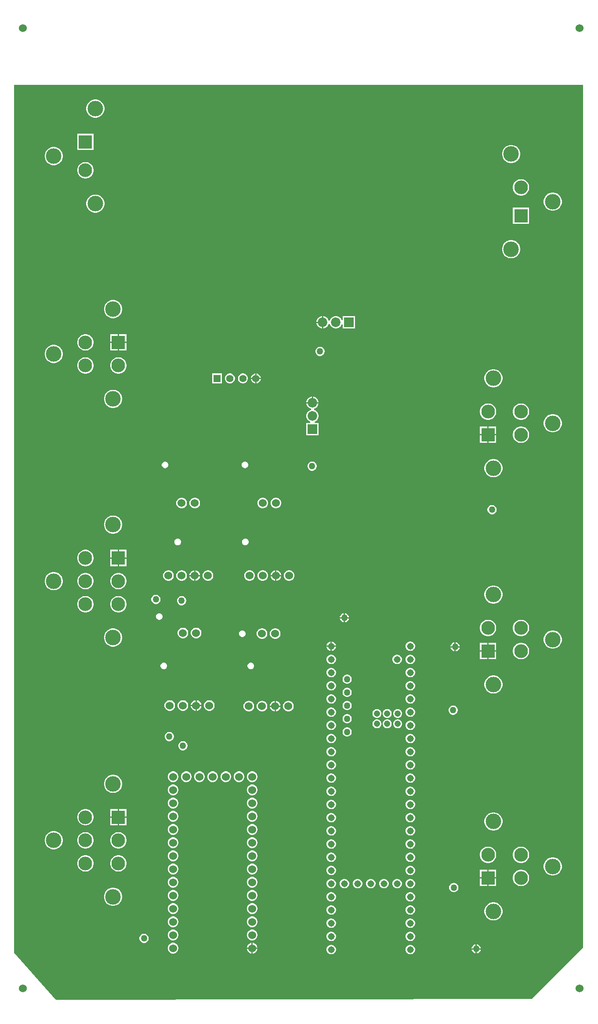
<source format=gbr>
%TF.GenerationSoftware,Altium Limited,Altium Designer,25.1.2 (22)*%
G04 Layer_Physical_Order=2*
G04 Layer_Color=36540*
%FSLAX45Y45*%
%MOMM*%
%TF.SameCoordinates,0B3AA91C-04DE-403C-A5D4-43E2D843388D*%
%TF.FilePolarity,Positive*%
%TF.FileFunction,Copper,L2,Inr,Signal*%
%TF.Part,Single*%
G01*
G75*
%TA.AperFunction,ViaPad*%
%ADD12C,1.52400*%
%TA.AperFunction,ComponentPad*%
%ADD13R,1.40000X1.40000*%
%ADD14C,1.40000*%
%ADD15R,1.85000X1.85000*%
%ADD16C,1.85000*%
%ADD17C,2.99000*%
%ADD18C,2.64000*%
%ADD19R,2.64000X2.64000*%
%ADD22C,1.30800*%
%ADD23C,1.25800*%
%ADD24C,1.20800*%
%ADD25R,1.85000X1.85000*%
%TA.AperFunction,ViaPad*%
%ADD26C,1.27000*%
%TA.AperFunction,ComponentPad*%
%ADD27C,1.53000*%
%ADD28C,1.52400*%
G36*
X13970000Y3454400D02*
X12979401Y2463800D01*
X3810000Y2451100D01*
X3009900Y3352800D01*
Y3378200D01*
Y20066000D01*
X13970000D01*
Y3454400D01*
D02*
G37*
%LPC*%
G36*
X4589126Y19784801D02*
X4554674D01*
X4520884Y19778079D01*
X4489054Y19764894D01*
X4460408Y19745753D01*
X4436046Y19721391D01*
X4416906Y19692746D01*
X4403721Y19660916D01*
X4397000Y19627126D01*
Y19592674D01*
X4403721Y19558884D01*
X4416906Y19527054D01*
X4436046Y19498409D01*
X4460408Y19474046D01*
X4489054Y19454906D01*
X4520884Y19441722D01*
X4554674Y19435001D01*
X4589126D01*
X4622916Y19441722D01*
X4654746Y19454906D01*
X4683392Y19474046D01*
X4707754Y19498409D01*
X4726894Y19527054D01*
X4740078Y19558884D01*
X4746800Y19592674D01*
Y19627126D01*
X4740078Y19660916D01*
X4726894Y19692746D01*
X4707754Y19721391D01*
X4683392Y19745753D01*
X4654746Y19764894D01*
X4622916Y19778079D01*
X4589126Y19784801D01*
D02*
G37*
G36*
X4539300Y19124800D02*
X4224500D01*
Y18810001D01*
X4539300D01*
Y19124800D01*
D02*
G37*
G36*
X12603026Y18908501D02*
X12568574D01*
X12534784Y18901779D01*
X12502954Y18888594D01*
X12474308Y18869453D01*
X12449946Y18845091D01*
X12430806Y18816446D01*
X12417622Y18784616D01*
X12410900Y18750826D01*
Y18716374D01*
X12417622Y18682584D01*
X12430806Y18650754D01*
X12449946Y18622108D01*
X12474308Y18597746D01*
X12502954Y18578606D01*
X12534784Y18565422D01*
X12568574Y18558701D01*
X12603026D01*
X12636816Y18565422D01*
X12668646Y18578606D01*
X12697292Y18597746D01*
X12721654Y18622108D01*
X12740794Y18650754D01*
X12753979Y18682584D01*
X12760700Y18716374D01*
Y18750826D01*
X12753979Y18784616D01*
X12740794Y18816446D01*
X12721654Y18845091D01*
X12697292Y18869453D01*
X12668646Y18888594D01*
X12636816Y18901779D01*
X12603026Y18908501D01*
D02*
G37*
G36*
X3789126Y18869299D02*
X3754674D01*
X3720884Y18862578D01*
X3689054Y18849394D01*
X3660408Y18830254D01*
X3636046Y18805891D01*
X3616906Y18777246D01*
X3603722Y18745416D01*
X3597000Y18711626D01*
Y18677174D01*
X3603722Y18643384D01*
X3616906Y18611554D01*
X3636046Y18582909D01*
X3660408Y18558546D01*
X3689054Y18539406D01*
X3720884Y18526222D01*
X3754674Y18519501D01*
X3789126D01*
X3822916Y18526222D01*
X3854746Y18539406D01*
X3883392Y18558546D01*
X3907754Y18582909D01*
X3926894Y18611554D01*
X3940078Y18643384D01*
X3946800Y18677174D01*
Y18711626D01*
X3940078Y18745416D01*
X3926894Y18777246D01*
X3907754Y18805891D01*
X3883392Y18830254D01*
X3854746Y18849394D01*
X3822916Y18862578D01*
X3789126Y18869299D01*
D02*
G37*
G36*
X4397403Y18578799D02*
X4366397D01*
X4335988Y18572751D01*
X4307343Y18560886D01*
X4281563Y18543660D01*
X4259640Y18521738D01*
X4242414Y18495956D01*
X4230549Y18467313D01*
X4224500Y18436903D01*
Y18405898D01*
X4230549Y18375488D01*
X4242414Y18346843D01*
X4259640Y18321063D01*
X4281563Y18299139D01*
X4307343Y18281914D01*
X4335988Y18270049D01*
X4366397Y18264000D01*
X4397403D01*
X4427812Y18270049D01*
X4456457Y18281914D01*
X4482237Y18299139D01*
X4504160Y18321063D01*
X4521386Y18346843D01*
X4533251Y18375488D01*
X4539300Y18405898D01*
Y18436903D01*
X4533251Y18467313D01*
X4521386Y18495956D01*
X4504160Y18521738D01*
X4482237Y18543660D01*
X4456457Y18560886D01*
X4427812Y18572751D01*
X4397403Y18578799D01*
D02*
G37*
G36*
X12791303Y18248500D02*
X12760297D01*
X12729888Y18242451D01*
X12701243Y18230586D01*
X12675463Y18213361D01*
X12653540Y18191437D01*
X12636314Y18165657D01*
X12624449Y18137012D01*
X12618400Y18106602D01*
Y18075597D01*
X12624449Y18045187D01*
X12636314Y18016544D01*
X12653540Y17990762D01*
X12675463Y17968840D01*
X12701243Y17951614D01*
X12729888Y17939749D01*
X12760297Y17933701D01*
X12791303D01*
X12821712Y17939749D01*
X12850357Y17951614D01*
X12876137Y17968840D01*
X12898061Y17990762D01*
X12915286Y18016544D01*
X12927151Y18045187D01*
X12933200Y18075597D01*
Y18106602D01*
X12927151Y18137012D01*
X12915286Y18165657D01*
X12898061Y18191437D01*
X12876137Y18213361D01*
X12850357Y18230586D01*
X12821712Y18242451D01*
X12791303Y18248500D01*
D02*
G37*
G36*
X13403026Y17992999D02*
X13368575D01*
X13334784Y17986278D01*
X13302954Y17973094D01*
X13274307Y17953954D01*
X13249947Y17929591D01*
X13230806Y17900946D01*
X13217622Y17869116D01*
X13210899Y17835326D01*
Y17800874D01*
X13217622Y17767084D01*
X13230806Y17735254D01*
X13249947Y17706609D01*
X13274307Y17682246D01*
X13302954Y17663106D01*
X13334784Y17649922D01*
X13368575Y17643201D01*
X13403026D01*
X13436816Y17649922D01*
X13468646Y17663106D01*
X13497292Y17682246D01*
X13521654Y17706609D01*
X13540794Y17735254D01*
X13553978Y17767084D01*
X13560699Y17800874D01*
Y17835326D01*
X13553978Y17869116D01*
X13540794Y17900946D01*
X13521654Y17929591D01*
X13497292Y17953954D01*
X13468646Y17973094D01*
X13436816Y17986278D01*
X13403026Y17992999D01*
D02*
G37*
G36*
X4589126Y17953799D02*
X4554674D01*
X4520884Y17947078D01*
X4489054Y17933894D01*
X4460408Y17914754D01*
X4436046Y17890392D01*
X4416906Y17861746D01*
X4403721Y17829916D01*
X4397000Y17796126D01*
Y17761674D01*
X4403721Y17727884D01*
X4416906Y17696054D01*
X4436046Y17667409D01*
X4460408Y17643047D01*
X4489054Y17623906D01*
X4520884Y17610721D01*
X4554674Y17603999D01*
X4589126D01*
X4622916Y17610721D01*
X4654746Y17623906D01*
X4683392Y17643047D01*
X4707754Y17667409D01*
X4726894Y17696054D01*
X4740078Y17727884D01*
X4746800Y17761674D01*
Y17796126D01*
X4740078Y17829916D01*
X4726894Y17861746D01*
X4707754Y17890392D01*
X4683392Y17914754D01*
X4654746Y17933894D01*
X4622916Y17947078D01*
X4589126Y17953799D01*
D02*
G37*
G36*
X12933200Y17702499D02*
X12618400D01*
Y17387700D01*
X12933200D01*
Y17702499D01*
D02*
G37*
G36*
X12603026Y17077499D02*
X12568574D01*
X12534784Y17070778D01*
X12502954Y17057594D01*
X12474308Y17038454D01*
X12449946Y17014091D01*
X12430806Y16985446D01*
X12417622Y16953616D01*
X12410900Y16919826D01*
Y16885374D01*
X12417622Y16851584D01*
X12430806Y16819754D01*
X12449946Y16791109D01*
X12474308Y16766747D01*
X12502954Y16747606D01*
X12534784Y16734421D01*
X12568574Y16727699D01*
X12603026D01*
X12636816Y16734421D01*
X12668646Y16747606D01*
X12697292Y16766747D01*
X12721654Y16791109D01*
X12740794Y16819754D01*
X12753979Y16851584D01*
X12760700Y16885374D01*
Y16919826D01*
X12753979Y16953616D01*
X12740794Y16985446D01*
X12721654Y17014091D01*
X12697292Y17038454D01*
X12668646Y17057594D01*
X12636816Y17070778D01*
X12603026Y17077499D01*
D02*
G37*
G36*
X4932126Y15924300D02*
X4897674D01*
X4863884Y15917580D01*
X4832054Y15904395D01*
X4803408Y15885254D01*
X4779046Y15860892D01*
X4759906Y15832246D01*
X4746722Y15800417D01*
X4740000Y15766626D01*
Y15732175D01*
X4746722Y15698384D01*
X4759906Y15666554D01*
X4779046Y15637907D01*
X4803408Y15613547D01*
X4832054Y15594406D01*
X4863884Y15581223D01*
X4897674Y15574500D01*
X4932126D01*
X4965916Y15581223D01*
X4997746Y15594406D01*
X5026392Y15613547D01*
X5050754Y15637907D01*
X5069894Y15666554D01*
X5083078Y15698384D01*
X5089800Y15732175D01*
Y15766626D01*
X5083078Y15800417D01*
X5069894Y15832246D01*
X5050754Y15860892D01*
X5026392Y15885254D01*
X4997746Y15904395D01*
X4965916Y15917580D01*
X4932126Y15924300D01*
D02*
G37*
G36*
X9579400Y15611900D02*
X9343600D01*
Y15539735D01*
X9318200Y15536392D01*
X9317365Y15539508D01*
X9301843Y15566393D01*
X9279892Y15588342D01*
X9253008Y15603865D01*
X9223022Y15611900D01*
X9191978D01*
X9161992Y15603865D01*
X9135108Y15588342D01*
X9113157Y15566393D01*
X9097635Y15539508D01*
X9093648Y15524629D01*
X9067352D01*
X9063365Y15539508D01*
X9047843Y15566393D01*
X9025892Y15588342D01*
X8999008Y15603865D01*
X8969022Y15611900D01*
X8966200D01*
Y15494000D01*
Y15376100D01*
X8969022D01*
X8999008Y15384135D01*
X9025892Y15399657D01*
X9047843Y15421608D01*
X9063365Y15448492D01*
X9067352Y15463371D01*
X9093648D01*
X9097635Y15448492D01*
X9113157Y15421608D01*
X9135108Y15399657D01*
X9161992Y15384135D01*
X9191978Y15376100D01*
X9223022D01*
X9253008Y15384135D01*
X9279892Y15399657D01*
X9301843Y15421608D01*
X9317365Y15448492D01*
X9318200Y15451608D01*
X9343600Y15448264D01*
Y15376100D01*
X9579400D01*
Y15611900D01*
D02*
G37*
G36*
X8940800D02*
X8937978D01*
X8907992Y15603865D01*
X8881108Y15588342D01*
X8859157Y15566393D01*
X8843635Y15539508D01*
X8835600Y15509521D01*
Y15506700D01*
X8940800D01*
Y15611900D01*
D02*
G37*
G36*
Y15481300D02*
X8835600D01*
Y15478477D01*
X8843635Y15448492D01*
X8859157Y15421608D01*
X8881108Y15399657D01*
X8907992Y15384135D01*
X8937978Y15376100D01*
X8940800D01*
Y15481300D01*
D02*
G37*
G36*
X5174300Y15264301D02*
X5029600D01*
Y15119600D01*
X5174300D01*
Y15264301D01*
D02*
G37*
G36*
X5004200D02*
X4859500D01*
Y15119600D01*
X5004200D01*
Y15264301D01*
D02*
G37*
G36*
X5174300Y15094200D02*
X5029600D01*
Y14949500D01*
X5174300D01*
Y15094200D01*
D02*
G37*
G36*
X5004200D02*
X4859500D01*
Y14949500D01*
X5004200D01*
Y15094200D01*
D02*
G37*
G36*
X4397403Y15264301D02*
X4366397D01*
X4335988Y15258250D01*
X4307343Y15246387D01*
X4281563Y15229160D01*
X4259640Y15207237D01*
X4242414Y15181458D01*
X4230549Y15152812D01*
X4224500Y15122403D01*
Y15091397D01*
X4230549Y15060988D01*
X4242414Y15032343D01*
X4259640Y15006563D01*
X4281563Y14984641D01*
X4307343Y14967413D01*
X4335988Y14955550D01*
X4366397Y14949500D01*
X4397403D01*
X4427812Y14955550D01*
X4456457Y14967413D01*
X4482237Y14984641D01*
X4504160Y15006563D01*
X4521386Y15032343D01*
X4533251Y15060988D01*
X4539300Y15091397D01*
Y15122403D01*
X4533251Y15152812D01*
X4521386Y15181458D01*
X4504160Y15207237D01*
X4482237Y15229160D01*
X4456457Y15246387D01*
X4427812Y15258250D01*
X4397403Y15264301D01*
D02*
G37*
G36*
X8914404Y15024100D02*
X8890996D01*
X8868386Y15018042D01*
X8848114Y15006339D01*
X8831562Y14989786D01*
X8819858Y14969514D01*
X8813800Y14946904D01*
Y14923495D01*
X8819858Y14900887D01*
X8831562Y14880614D01*
X8848114Y14864062D01*
X8868386Y14852357D01*
X8890996Y14846300D01*
X8914404D01*
X8937014Y14852357D01*
X8957286Y14864062D01*
X8973838Y14880614D01*
X8985542Y14900887D01*
X8991600Y14923495D01*
Y14946904D01*
X8985542Y14969514D01*
X8973838Y14989786D01*
X8957286Y15006339D01*
X8937014Y15018042D01*
X8914404Y15024100D01*
D02*
G37*
G36*
X3789126Y15059300D02*
X3754674D01*
X3720884Y15052579D01*
X3689054Y15039394D01*
X3660408Y15020255D01*
X3636046Y14995892D01*
X3616906Y14967245D01*
X3603722Y14935416D01*
X3597000Y14901627D01*
Y14867174D01*
X3603722Y14833385D01*
X3616906Y14801553D01*
X3636046Y14772908D01*
X3660408Y14748546D01*
X3689054Y14729407D01*
X3720884Y14716222D01*
X3754674Y14709500D01*
X3789126D01*
X3822916Y14716222D01*
X3854746Y14729407D01*
X3883392Y14748546D01*
X3907754Y14772908D01*
X3926894Y14801553D01*
X3940078Y14833385D01*
X3946800Y14867174D01*
Y14901627D01*
X3940078Y14935416D01*
X3926894Y14967245D01*
X3907754Y14995892D01*
X3883392Y15020255D01*
X3854746Y15039394D01*
X3822916Y15052579D01*
X3789126Y15059300D01*
D02*
G37*
G36*
X5032403Y14819299D02*
X5001397D01*
X4970988Y14813251D01*
X4942343Y14801385D01*
X4916563Y14784160D01*
X4894640Y14762238D01*
X4877414Y14736456D01*
X4865549Y14707812D01*
X4859500Y14677403D01*
Y14646397D01*
X4865549Y14615988D01*
X4877414Y14587343D01*
X4894640Y14561563D01*
X4916563Y14539639D01*
X4942343Y14522414D01*
X4970988Y14510548D01*
X5001397Y14504500D01*
X5032403D01*
X5062812Y14510548D01*
X5091457Y14522414D01*
X5117237Y14539639D01*
X5139160Y14561563D01*
X5156386Y14587343D01*
X5168251Y14615988D01*
X5174300Y14646397D01*
Y14677403D01*
X5168251Y14707812D01*
X5156386Y14736456D01*
X5139160Y14762238D01*
X5117237Y14784160D01*
X5091457Y14801385D01*
X5062812Y14813251D01*
X5032403Y14819299D01*
D02*
G37*
G36*
X4397403D02*
X4366397D01*
X4335988Y14813251D01*
X4307343Y14801385D01*
X4281563Y14784160D01*
X4259640Y14762238D01*
X4242414Y14736456D01*
X4230549Y14707812D01*
X4224500Y14677403D01*
Y14646397D01*
X4230549Y14615988D01*
X4242414Y14587343D01*
X4259640Y14561563D01*
X4281563Y14539639D01*
X4307343Y14522414D01*
X4335988Y14510548D01*
X4366397Y14504500D01*
X4397403D01*
X4427812Y14510548D01*
X4456457Y14522414D01*
X4482237Y14539639D01*
X4504160Y14561563D01*
X4521386Y14587343D01*
X4533251Y14615988D01*
X4539300Y14646397D01*
Y14677403D01*
X4533251Y14707812D01*
X4521386Y14736456D01*
X4504160Y14762238D01*
X4482237Y14784160D01*
X4456457Y14801385D01*
X4427812Y14813251D01*
X4397403Y14819299D01*
D02*
G37*
G36*
X7679500Y14509862D02*
Y14427200D01*
X7762162D01*
X7755698Y14451323D01*
X7743139Y14473077D01*
X7725377Y14490839D01*
X7703623Y14503398D01*
X7679500Y14509862D01*
D02*
G37*
G36*
X7654100D02*
X7629977Y14503398D01*
X7608223Y14490839D01*
X7590461Y14473077D01*
X7577902Y14451323D01*
X7571438Y14427200D01*
X7654100D01*
Y14509862D01*
D02*
G37*
G36*
X7762162Y14401801D02*
X7679500D01*
Y14319138D01*
X7703623Y14325603D01*
X7725377Y14338161D01*
X7743139Y14355923D01*
X7755698Y14377676D01*
X7762162Y14401801D01*
D02*
G37*
G36*
X7654100D02*
X7571438D01*
X7577902Y14377676D01*
X7590461Y14355923D01*
X7608223Y14338161D01*
X7629977Y14325603D01*
X7654100Y14319138D01*
Y14401801D01*
D02*
G37*
G36*
X7429360Y14509900D02*
X7404240D01*
X7379977Y14503398D01*
X7358223Y14490839D01*
X7340461Y14473077D01*
X7327902Y14451323D01*
X7321400Y14427060D01*
Y14401939D01*
X7327902Y14377676D01*
X7340461Y14355923D01*
X7358223Y14338161D01*
X7379977Y14325603D01*
X7404240Y14319099D01*
X7429360D01*
X7453623Y14325603D01*
X7475377Y14338161D01*
X7493139Y14355923D01*
X7505698Y14377676D01*
X7512200Y14401939D01*
Y14427060D01*
X7505698Y14451323D01*
X7493139Y14473077D01*
X7475377Y14490839D01*
X7453623Y14503398D01*
X7429360Y14509900D01*
D02*
G37*
G36*
X7179360D02*
X7154240D01*
X7129977Y14503398D01*
X7108223Y14490839D01*
X7090461Y14473077D01*
X7077902Y14451323D01*
X7071400Y14427060D01*
Y14401939D01*
X7077902Y14377676D01*
X7090461Y14355923D01*
X7108223Y14338161D01*
X7129977Y14325603D01*
X7154240Y14319099D01*
X7179360D01*
X7203623Y14325603D01*
X7225377Y14338161D01*
X7243139Y14355923D01*
X7255698Y14377676D01*
X7262200Y14401939D01*
Y14427060D01*
X7255698Y14451323D01*
X7243139Y14473077D01*
X7225377Y14490839D01*
X7203623Y14503398D01*
X7179360Y14509900D01*
D02*
G37*
G36*
X7012200D02*
X6821400D01*
Y14319099D01*
X7012200D01*
Y14509900D01*
D02*
G37*
G36*
X12260026Y14590800D02*
X12225574D01*
X12191784Y14584079D01*
X12159954Y14570894D01*
X12131308Y14551755D01*
X12106946Y14527393D01*
X12087806Y14498746D01*
X12074622Y14466916D01*
X12067900Y14433125D01*
Y14398674D01*
X12074622Y14364883D01*
X12087806Y14333054D01*
X12106946Y14304408D01*
X12131308Y14280046D01*
X12159954Y14260905D01*
X12191784Y14247722D01*
X12225574Y14241000D01*
X12260026D01*
X12293816Y14247722D01*
X12325646Y14260905D01*
X12354292Y14280046D01*
X12378654Y14304408D01*
X12397794Y14333054D01*
X12410978Y14364883D01*
X12417700Y14398674D01*
Y14433125D01*
X12410978Y14466916D01*
X12397794Y14498746D01*
X12378654Y14527393D01*
X12354292Y14551755D01*
X12325646Y14570894D01*
X12293816Y14584079D01*
X12260026Y14590800D01*
D02*
G37*
G36*
X8772822Y14062500D02*
X8770000D01*
Y13957300D01*
X8875200D01*
Y13960123D01*
X8867165Y13990108D01*
X8851643Y14016992D01*
X8829692Y14038943D01*
X8802808Y14054465D01*
X8772822Y14062500D01*
D02*
G37*
G36*
X8744600D02*
X8741778D01*
X8711792Y14054465D01*
X8684908Y14038943D01*
X8662957Y14016992D01*
X8647435Y13990108D01*
X8639400Y13960123D01*
Y13957300D01*
X8744600D01*
Y14062500D01*
D02*
G37*
G36*
X4932126Y14194299D02*
X4897674D01*
X4863884Y14187578D01*
X4832054Y14174394D01*
X4803408Y14155254D01*
X4779046Y14130891D01*
X4759906Y14102246D01*
X4746722Y14070416D01*
X4740000Y14036626D01*
Y14002174D01*
X4746722Y13968384D01*
X4759906Y13936554D01*
X4779046Y13907909D01*
X4803408Y13883546D01*
X4832054Y13864406D01*
X4863884Y13851221D01*
X4897674Y13844501D01*
X4932126D01*
X4965916Y13851221D01*
X4997746Y13864406D01*
X5026392Y13883546D01*
X5050754Y13907909D01*
X5069894Y13936554D01*
X5083078Y13968384D01*
X5089800Y14002174D01*
Y14036626D01*
X5083078Y14070416D01*
X5069894Y14102246D01*
X5050754Y14130891D01*
X5026392Y14155254D01*
X4997746Y14174394D01*
X4965916Y14187578D01*
X4932126Y14194299D01*
D02*
G37*
G36*
X12791303Y13930800D02*
X12760297D01*
X12729888Y13924751D01*
X12701243Y13912886D01*
X12675463Y13895660D01*
X12653540Y13873737D01*
X12636314Y13847957D01*
X12624449Y13819312D01*
X12618400Y13788902D01*
Y13757896D01*
X12624449Y13727489D01*
X12636314Y13698843D01*
X12653540Y13673064D01*
X12675463Y13651140D01*
X12701243Y13633914D01*
X12729888Y13622049D01*
X12760297Y13616000D01*
X12791303D01*
X12821712Y13622049D01*
X12850357Y13633914D01*
X12876137Y13651140D01*
X12898061Y13673064D01*
X12915286Y13698843D01*
X12927151Y13727489D01*
X12933200Y13757896D01*
Y13788902D01*
X12927151Y13819312D01*
X12915286Y13847957D01*
X12898061Y13873737D01*
X12876137Y13895660D01*
X12850357Y13912886D01*
X12821712Y13924751D01*
X12791303Y13930800D01*
D02*
G37*
G36*
X12156303D02*
X12125297D01*
X12094888Y13924751D01*
X12066243Y13912886D01*
X12040463Y13895660D01*
X12018540Y13873737D01*
X12001314Y13847957D01*
X11989449Y13819312D01*
X11983400Y13788902D01*
Y13757896D01*
X11989449Y13727489D01*
X12001314Y13698843D01*
X12018540Y13673064D01*
X12040463Y13651140D01*
X12066243Y13633914D01*
X12094888Y13622049D01*
X12125297Y13616000D01*
X12156303D01*
X12186712Y13622049D01*
X12215357Y13633914D01*
X12241137Y13651140D01*
X12263060Y13673064D01*
X12280286Y13698843D01*
X12292151Y13727489D01*
X12298200Y13757896D01*
Y13788902D01*
X12292151Y13819312D01*
X12280286Y13847957D01*
X12263060Y13873737D01*
X12241137Y13895660D01*
X12215357Y13912886D01*
X12186712Y13924751D01*
X12156303Y13930800D01*
D02*
G37*
G36*
X13403026Y13725800D02*
X13368575D01*
X13334784Y13719078D01*
X13302954Y13705894D01*
X13274307Y13686754D01*
X13249947Y13662392D01*
X13230806Y13633746D01*
X13217622Y13601917D01*
X13210899Y13568126D01*
Y13533675D01*
X13217622Y13499884D01*
X13230806Y13468054D01*
X13249947Y13439407D01*
X13274307Y13415047D01*
X13302954Y13395906D01*
X13334784Y13382722D01*
X13368575Y13375999D01*
X13403026D01*
X13436816Y13382722D01*
X13468646Y13395906D01*
X13497292Y13415047D01*
X13521654Y13439407D01*
X13540794Y13468054D01*
X13553978Y13499884D01*
X13560699Y13533675D01*
Y13568126D01*
X13553978Y13601917D01*
X13540794Y13633746D01*
X13521654Y13662392D01*
X13497292Y13686754D01*
X13468646Y13705894D01*
X13436816Y13719078D01*
X13403026Y13725800D01*
D02*
G37*
G36*
X12298200Y13485800D02*
X12153499D01*
Y13341100D01*
X12298200D01*
Y13485800D01*
D02*
G37*
G36*
X12128099D02*
X11983400D01*
Y13341100D01*
X12128099D01*
Y13485800D01*
D02*
G37*
G36*
X8875200Y13931900D02*
X8757300D01*
X8639400D01*
Y13929079D01*
X8647435Y13899092D01*
X8662957Y13872208D01*
X8684908Y13850256D01*
X8711792Y13834735D01*
X8726671Y13830748D01*
Y13804453D01*
X8711792Y13800465D01*
X8684908Y13784943D01*
X8662957Y13762991D01*
X8647435Y13736108D01*
X8639400Y13706122D01*
Y13675078D01*
X8647435Y13645091D01*
X8662957Y13618208D01*
X8684908Y13596257D01*
X8711792Y13580734D01*
X8714908Y13579900D01*
X8711564Y13554500D01*
X8639400D01*
Y13318700D01*
X8875200D01*
Y13554500D01*
X8803036D01*
X8799692Y13579900D01*
X8802808Y13580734D01*
X8829692Y13596257D01*
X8851643Y13618208D01*
X8867165Y13645091D01*
X8875200Y13675078D01*
Y13706122D01*
X8867165Y13736108D01*
X8851643Y13762991D01*
X8829692Y13784943D01*
X8802808Y13800465D01*
X8787929Y13804453D01*
Y13830748D01*
X8802808Y13834735D01*
X8829692Y13850256D01*
X8851643Y13872208D01*
X8867165Y13899092D01*
X8875200Y13929079D01*
Y13931900D01*
D02*
G37*
G36*
X12791303Y13485800D02*
X12760297D01*
X12729888Y13479752D01*
X12701243Y13467886D01*
X12675463Y13450661D01*
X12653540Y13428737D01*
X12636314Y13402957D01*
X12624449Y13374312D01*
X12618400Y13343903D01*
Y13312897D01*
X12624449Y13282487D01*
X12636314Y13253844D01*
X12653540Y13228062D01*
X12675463Y13206140D01*
X12701243Y13188914D01*
X12729888Y13177049D01*
X12760297Y13171001D01*
X12791303D01*
X12821712Y13177049D01*
X12850357Y13188914D01*
X12876137Y13206140D01*
X12898061Y13228062D01*
X12915286Y13253844D01*
X12927151Y13282487D01*
X12933200Y13312897D01*
Y13343903D01*
X12927151Y13374312D01*
X12915286Y13402957D01*
X12898061Y13428737D01*
X12876137Y13450661D01*
X12850357Y13467886D01*
X12821712Y13479752D01*
X12791303Y13485800D01*
D02*
G37*
G36*
X12298200Y13315700D02*
X12153499D01*
Y13171001D01*
X12298200D01*
Y13315700D01*
D02*
G37*
G36*
X12128099D02*
X11983400D01*
Y13171001D01*
X12128099D01*
Y13315700D01*
D02*
G37*
G36*
X7467531Y12814301D02*
X7442269D01*
X7418930Y12804633D01*
X7401067Y12786770D01*
X7391400Y12763431D01*
Y12738169D01*
X7401067Y12714830D01*
X7418930Y12696967D01*
X7442269Y12687300D01*
X7467531D01*
X7490870Y12696967D01*
X7508733Y12714830D01*
X7518400Y12738169D01*
Y12763431D01*
X7508733Y12786770D01*
X7490870Y12804633D01*
X7467531Y12814301D01*
D02*
G37*
G36*
X5930831D02*
X5905569D01*
X5882230Y12804633D01*
X5864367Y12786770D01*
X5854700Y12763431D01*
Y12738169D01*
X5864367Y12714830D01*
X5882230Y12696967D01*
X5905569Y12687300D01*
X5930831D01*
X5954170Y12696967D01*
X5972033Y12714830D01*
X5981700Y12738169D01*
Y12763431D01*
X5972033Y12786770D01*
X5954170Y12804633D01*
X5930831Y12814301D01*
D02*
G37*
G36*
X8762004D02*
X8738596D01*
X8715986Y12808241D01*
X8695714Y12796538D01*
X8679162Y12779986D01*
X8667458Y12759714D01*
X8661400Y12737104D01*
Y12713696D01*
X8667458Y12691086D01*
X8679162Y12670814D01*
X8695714Y12654262D01*
X8715986Y12642558D01*
X8738596Y12636500D01*
X8762004D01*
X8784614Y12642558D01*
X8804886Y12654262D01*
X8821438Y12670814D01*
X8833142Y12691086D01*
X8839200Y12713696D01*
Y12737104D01*
X8833142Y12759714D01*
X8821438Y12779986D01*
X8804886Y12796538D01*
X8784614Y12808241D01*
X8762004Y12814301D01*
D02*
G37*
G36*
X12260026Y12860800D02*
X12225574D01*
X12191784Y12854079D01*
X12159954Y12840894D01*
X12131308Y12821754D01*
X12106946Y12797392D01*
X12087806Y12768746D01*
X12074622Y12736916D01*
X12067900Y12703126D01*
Y12668674D01*
X12074622Y12634884D01*
X12087806Y12603054D01*
X12106946Y12574408D01*
X12131308Y12550046D01*
X12159954Y12530906D01*
X12191784Y12517721D01*
X12225574Y12511000D01*
X12260026D01*
X12293816Y12517721D01*
X12325646Y12530906D01*
X12354292Y12550046D01*
X12378654Y12574408D01*
X12397794Y12603054D01*
X12410978Y12634884D01*
X12417700Y12668674D01*
Y12703126D01*
X12410978Y12736916D01*
X12397794Y12768746D01*
X12378654Y12797392D01*
X12354292Y12821754D01*
X12325646Y12840894D01*
X12293816Y12854079D01*
X12260026Y12860800D01*
D02*
G37*
G36*
X8065176Y12115800D02*
X8038424D01*
X8012584Y12108876D01*
X7989416Y12095500D01*
X7970500Y12076584D01*
X7957124Y12053416D01*
X7950200Y12027576D01*
Y12000824D01*
X7957124Y11974984D01*
X7970500Y11951816D01*
X7989416Y11932900D01*
X8012584Y11919524D01*
X8038424Y11912600D01*
X8065176D01*
X8091016Y11919524D01*
X8114184Y11932900D01*
X8133100Y11951816D01*
X8146476Y11974984D01*
X8153400Y12000824D01*
Y12027576D01*
X8146476Y12053416D01*
X8133100Y12076584D01*
X8114184Y12095500D01*
X8091016Y12108876D01*
X8065176Y12115800D01*
D02*
G37*
G36*
X7811176D02*
X7784424D01*
X7758584Y12108876D01*
X7735416Y12095500D01*
X7716500Y12076584D01*
X7703124Y12053416D01*
X7696200Y12027576D01*
Y12000824D01*
X7703124Y11974984D01*
X7716500Y11951816D01*
X7735416Y11932900D01*
X7758584Y11919524D01*
X7784424Y11912600D01*
X7811176D01*
X7837016Y11919524D01*
X7860184Y11932900D01*
X7879100Y11951816D01*
X7892476Y11974984D01*
X7899400Y12000824D01*
Y12027576D01*
X7892476Y12053416D01*
X7879100Y12076584D01*
X7860184Y12095500D01*
X7837016Y12108876D01*
X7811176Y12115800D01*
D02*
G37*
G36*
X6503076D02*
X6476324D01*
X6450484Y12108876D01*
X6427316Y12095500D01*
X6408400Y12076584D01*
X6395024Y12053416D01*
X6388100Y12027576D01*
Y12000824D01*
X6395024Y11974984D01*
X6408400Y11951816D01*
X6427316Y11932900D01*
X6450484Y11919524D01*
X6476324Y11912600D01*
X6503076D01*
X6528916Y11919524D01*
X6552084Y11932900D01*
X6571000Y11951816D01*
X6584376Y11974984D01*
X6591300Y12000824D01*
Y12027576D01*
X6584376Y12053416D01*
X6571000Y12076584D01*
X6552084Y12095500D01*
X6528916Y12108876D01*
X6503076Y12115800D01*
D02*
G37*
G36*
X6249076D02*
X6222324D01*
X6196484Y12108876D01*
X6173316Y12095500D01*
X6154400Y12076584D01*
X6141024Y12053416D01*
X6134100Y12027576D01*
Y12000824D01*
X6141024Y11974984D01*
X6154400Y11951816D01*
X6173316Y11932900D01*
X6196484Y11919524D01*
X6222324Y11912600D01*
X6249076D01*
X6274916Y11919524D01*
X6298084Y11932900D01*
X6317000Y11951816D01*
X6330376Y11974984D01*
X6337300Y12000824D01*
Y12027576D01*
X6330376Y12053416D01*
X6317000Y12076584D01*
X6298084Y12095500D01*
X6274916Y12108876D01*
X6249076Y12115800D01*
D02*
G37*
G36*
X12229104Y11976100D02*
X12205696D01*
X12183086Y11970042D01*
X12162814Y11958338D01*
X12146262Y11941786D01*
X12134558Y11921514D01*
X12128500Y11898904D01*
Y11875496D01*
X12134558Y11852886D01*
X12146262Y11832614D01*
X12162814Y11816062D01*
X12183086Y11804358D01*
X12205696Y11798300D01*
X12229104D01*
X12251714Y11804358D01*
X12271986Y11816062D01*
X12288538Y11832614D01*
X12300242Y11852886D01*
X12306300Y11875496D01*
Y11898904D01*
X12300242Y11921514D01*
X12288538Y11941786D01*
X12271986Y11958338D01*
X12251714Y11970042D01*
X12229104Y11976100D01*
D02*
G37*
G36*
X4932126Y11772300D02*
X4897674D01*
X4863884Y11765579D01*
X4832054Y11752395D01*
X4803408Y11733254D01*
X4779046Y11708893D01*
X4759906Y11680246D01*
X4746722Y11648417D01*
X4740000Y11614626D01*
Y11580174D01*
X4746722Y11546384D01*
X4759906Y11514554D01*
X4779046Y11485908D01*
X4803408Y11461547D01*
X4832054Y11442406D01*
X4863884Y11429222D01*
X4897674Y11422500D01*
X4932126D01*
X4965916Y11429222D01*
X4997746Y11442406D01*
X5026392Y11461547D01*
X5050754Y11485908D01*
X5069894Y11514554D01*
X5083078Y11546384D01*
X5089800Y11580174D01*
Y11614626D01*
X5083078Y11648417D01*
X5069894Y11680246D01*
X5050754Y11708893D01*
X5026392Y11733254D01*
X4997746Y11752395D01*
X4965916Y11765579D01*
X4932126Y11772300D01*
D02*
G37*
G36*
X7473881Y11328400D02*
X7448619D01*
X7425280Y11318733D01*
X7407417Y11300870D01*
X7397750Y11277531D01*
Y11252269D01*
X7407417Y11228930D01*
X7425280Y11211067D01*
X7448619Y11201400D01*
X7473881D01*
X7497220Y11211067D01*
X7515083Y11228930D01*
X7524750Y11252269D01*
Y11277531D01*
X7515083Y11300870D01*
X7497220Y11318733D01*
X7473881Y11328400D01*
D02*
G37*
G36*
X6172131D02*
X6146869D01*
X6123530Y11318733D01*
X6105667Y11300870D01*
X6096000Y11277531D01*
Y11252269D01*
X6105667Y11228930D01*
X6123530Y11211067D01*
X6146869Y11201400D01*
X6172131D01*
X6195470Y11211067D01*
X6213333Y11228930D01*
X6223000Y11252269D01*
Y11277531D01*
X6213333Y11300870D01*
X6195470Y11318733D01*
X6172131Y11328400D01*
D02*
G37*
G36*
X5174300Y11112800D02*
X5029600D01*
Y10968100D01*
X5174300D01*
Y11112800D01*
D02*
G37*
G36*
X5004200D02*
X4859500D01*
Y10968100D01*
X5004200D01*
Y11112800D01*
D02*
G37*
G36*
X5174300Y10942700D02*
X5029600D01*
Y10798000D01*
X5174300D01*
Y10942700D01*
D02*
G37*
G36*
X5004200D02*
X4859500D01*
Y10798000D01*
X5004200D01*
Y10942700D01*
D02*
G37*
G36*
X4397403Y11112800D02*
X4366397D01*
X4335988Y11106751D01*
X4307343Y11094886D01*
X4281563Y11077661D01*
X4259640Y11055737D01*
X4242414Y11029957D01*
X4230549Y11001312D01*
X4224500Y10970903D01*
Y10939898D01*
X4230549Y10909488D01*
X4242414Y10880843D01*
X4259640Y10855064D01*
X4281563Y10833140D01*
X4307343Y10815914D01*
X4335988Y10804049D01*
X4366397Y10798000D01*
X4397403D01*
X4427812Y10804049D01*
X4456457Y10815914D01*
X4482237Y10833140D01*
X4504160Y10855064D01*
X4521386Y10880843D01*
X4533251Y10909488D01*
X4539300Y10939898D01*
Y10970903D01*
X4533251Y11001312D01*
X4521386Y11029957D01*
X4504160Y11055737D01*
X4482237Y11077661D01*
X4456457Y11094886D01*
X4427812Y11106751D01*
X4397403Y11112800D01*
D02*
G37*
G36*
X8065176Y10718800D02*
X8064500D01*
Y10629900D01*
X8153400D01*
Y10630576D01*
X8146476Y10656416D01*
X8133100Y10679584D01*
X8114184Y10698500D01*
X8091016Y10711876D01*
X8065176Y10718800D01*
D02*
G37*
G36*
X6503076D02*
X6502400D01*
Y10629900D01*
X6591300D01*
Y10630576D01*
X6584376Y10656416D01*
X6571000Y10679584D01*
X6552084Y10698500D01*
X6528916Y10711876D01*
X6503076Y10718800D01*
D02*
G37*
G36*
X6477000D02*
X6476324D01*
X6450484Y10711876D01*
X6427316Y10698500D01*
X6408400Y10679584D01*
X6395024Y10656416D01*
X6388100Y10630576D01*
Y10629900D01*
X6477000D01*
Y10718800D01*
D02*
G37*
G36*
X8039100D02*
X8038424D01*
X8012584Y10711876D01*
X7989416Y10698500D01*
X7970500Y10679584D01*
X7957124Y10656416D01*
X7950200Y10630576D01*
Y10629900D01*
X8039100D01*
Y10718800D01*
D02*
G37*
G36*
X8319176D02*
X8292424D01*
X8266584Y10711876D01*
X8243416Y10698500D01*
X8224500Y10679584D01*
X8211124Y10656416D01*
X8204200Y10630576D01*
Y10603824D01*
X8211124Y10577984D01*
X8224500Y10554816D01*
X8243416Y10535900D01*
X8266584Y10522524D01*
X8292424Y10515600D01*
X8319176D01*
X8345016Y10522524D01*
X8368184Y10535900D01*
X8387100Y10554816D01*
X8400476Y10577984D01*
X8407400Y10603824D01*
Y10630576D01*
X8400476Y10656416D01*
X8387100Y10679584D01*
X8368184Y10698500D01*
X8345016Y10711876D01*
X8319176Y10718800D01*
D02*
G37*
G36*
X8153400Y10604500D02*
X8064500D01*
Y10515600D01*
X8065176D01*
X8091016Y10522524D01*
X8114184Y10535900D01*
X8133100Y10554816D01*
X8146476Y10577984D01*
X8153400Y10603824D01*
Y10604500D01*
D02*
G37*
G36*
X8039100D02*
X7950200D01*
Y10603824D01*
X7957124Y10577984D01*
X7970500Y10554816D01*
X7989416Y10535900D01*
X8012584Y10522524D01*
X8038424Y10515600D01*
X8039100D01*
Y10604500D01*
D02*
G37*
G36*
X7811176Y10718800D02*
X7784424D01*
X7758584Y10711876D01*
X7735416Y10698500D01*
X7716500Y10679584D01*
X7703124Y10656416D01*
X7696200Y10630576D01*
Y10603824D01*
X7703124Y10577984D01*
X7716500Y10554816D01*
X7735416Y10535900D01*
X7758584Y10522524D01*
X7784424Y10515600D01*
X7811176D01*
X7837016Y10522524D01*
X7860184Y10535900D01*
X7879100Y10554816D01*
X7892476Y10577984D01*
X7899400Y10603824D01*
Y10630576D01*
X7892476Y10656416D01*
X7879100Y10679584D01*
X7860184Y10698500D01*
X7837016Y10711876D01*
X7811176Y10718800D01*
D02*
G37*
G36*
X7557176D02*
X7530424D01*
X7504584Y10711876D01*
X7481416Y10698500D01*
X7462500Y10679584D01*
X7449124Y10656416D01*
X7442200Y10630576D01*
Y10603824D01*
X7449124Y10577984D01*
X7462500Y10554816D01*
X7481416Y10535900D01*
X7504584Y10522524D01*
X7530424Y10515600D01*
X7557176D01*
X7583016Y10522524D01*
X7606184Y10535900D01*
X7625100Y10554816D01*
X7638476Y10577984D01*
X7645400Y10603824D01*
Y10630576D01*
X7638476Y10656416D01*
X7625100Y10679584D01*
X7606184Y10698500D01*
X7583016Y10711876D01*
X7557176Y10718800D01*
D02*
G37*
G36*
X6757076D02*
X6730324D01*
X6704484Y10711876D01*
X6681316Y10698500D01*
X6662400Y10679584D01*
X6649024Y10656416D01*
X6642100Y10630576D01*
Y10603824D01*
X6649024Y10577984D01*
X6662400Y10554816D01*
X6681316Y10535900D01*
X6704484Y10522524D01*
X6730324Y10515600D01*
X6757076D01*
X6782916Y10522524D01*
X6806084Y10535900D01*
X6825000Y10554816D01*
X6838376Y10577984D01*
X6845300Y10603824D01*
Y10630576D01*
X6838376Y10656416D01*
X6825000Y10679584D01*
X6806084Y10698500D01*
X6782916Y10711876D01*
X6757076Y10718800D01*
D02*
G37*
G36*
X6591300Y10604500D02*
X6502400D01*
Y10515600D01*
X6503076D01*
X6528916Y10522524D01*
X6552084Y10535900D01*
X6571000Y10554816D01*
X6584376Y10577984D01*
X6591300Y10603824D01*
Y10604500D01*
D02*
G37*
G36*
X6477000D02*
X6388100D01*
Y10603824D01*
X6395024Y10577984D01*
X6408400Y10554816D01*
X6427316Y10535900D01*
X6450484Y10522524D01*
X6476324Y10515600D01*
X6477000D01*
Y10604500D01*
D02*
G37*
G36*
X6249076Y10718800D02*
X6222324D01*
X6196484Y10711876D01*
X6173316Y10698500D01*
X6154400Y10679584D01*
X6141024Y10656416D01*
X6134100Y10630576D01*
Y10603824D01*
X6141024Y10577984D01*
X6154400Y10554816D01*
X6173316Y10535900D01*
X6196484Y10522524D01*
X6222324Y10515600D01*
X6249076D01*
X6274916Y10522524D01*
X6298084Y10535900D01*
X6317000Y10554816D01*
X6330376Y10577984D01*
X6337300Y10603824D01*
Y10630576D01*
X6330376Y10656416D01*
X6317000Y10679584D01*
X6298084Y10698500D01*
X6274916Y10711876D01*
X6249076Y10718800D01*
D02*
G37*
G36*
X5995076D02*
X5968324D01*
X5942484Y10711876D01*
X5919316Y10698500D01*
X5900400Y10679584D01*
X5887024Y10656416D01*
X5880100Y10630576D01*
Y10603824D01*
X5887024Y10577984D01*
X5900400Y10554816D01*
X5919316Y10535900D01*
X5942484Y10522524D01*
X5968324Y10515600D01*
X5995076D01*
X6020916Y10522524D01*
X6044084Y10535900D01*
X6063000Y10554816D01*
X6076376Y10577984D01*
X6083300Y10603824D01*
Y10630576D01*
X6076376Y10656416D01*
X6063000Y10679584D01*
X6044084Y10698500D01*
X6020916Y10711876D01*
X5995076Y10718800D01*
D02*
G37*
G36*
X5032403Y10667800D02*
X5001397D01*
X4970988Y10661751D01*
X4942343Y10649886D01*
X4916563Y10632660D01*
X4894640Y10610737D01*
X4877414Y10584957D01*
X4865549Y10556312D01*
X4859500Y10525903D01*
Y10494897D01*
X4865549Y10464488D01*
X4877414Y10435843D01*
X4894640Y10410064D01*
X4916563Y10388140D01*
X4942343Y10370914D01*
X4970988Y10359049D01*
X5001397Y10353000D01*
X5032403D01*
X5062812Y10359049D01*
X5091457Y10370914D01*
X5117237Y10388140D01*
X5139160Y10410064D01*
X5156386Y10435843D01*
X5168251Y10464488D01*
X5174300Y10494897D01*
Y10525903D01*
X5168251Y10556312D01*
X5156386Y10584957D01*
X5139160Y10610737D01*
X5117237Y10632660D01*
X5091457Y10649886D01*
X5062812Y10661751D01*
X5032403Y10667800D01*
D02*
G37*
G36*
X4397403D02*
X4366397D01*
X4335988Y10661751D01*
X4307343Y10649886D01*
X4281563Y10632660D01*
X4259640Y10610737D01*
X4242414Y10584957D01*
X4230549Y10556312D01*
X4224500Y10525903D01*
Y10494897D01*
X4230549Y10464488D01*
X4242414Y10435843D01*
X4259640Y10410064D01*
X4281563Y10388140D01*
X4307343Y10370914D01*
X4335988Y10359049D01*
X4366397Y10353000D01*
X4397403D01*
X4427812Y10359049D01*
X4456457Y10370914D01*
X4482237Y10388140D01*
X4504160Y10410064D01*
X4521386Y10435843D01*
X4533251Y10464488D01*
X4539300Y10494897D01*
Y10525903D01*
X4533251Y10556312D01*
X4521386Y10584957D01*
X4504160Y10610737D01*
X4482237Y10632660D01*
X4456457Y10649886D01*
X4427812Y10661751D01*
X4397403Y10667800D01*
D02*
G37*
G36*
X3789126Y10685300D02*
X3754674D01*
X3720884Y10678579D01*
X3689054Y10665394D01*
X3660408Y10646254D01*
X3636046Y10621892D01*
X3616906Y10593246D01*
X3603722Y10561417D01*
X3597000Y10527626D01*
Y10493174D01*
X3603722Y10459384D01*
X3616906Y10427554D01*
X3636046Y10398908D01*
X3660408Y10374546D01*
X3689054Y10355406D01*
X3720884Y10342222D01*
X3754674Y10335500D01*
X3789126D01*
X3822916Y10342222D01*
X3854746Y10355406D01*
X3883392Y10374546D01*
X3907754Y10398908D01*
X3926894Y10427554D01*
X3940078Y10459384D01*
X3946800Y10493174D01*
Y10527626D01*
X3940078Y10561417D01*
X3926894Y10593246D01*
X3907754Y10621892D01*
X3883392Y10646254D01*
X3854746Y10665394D01*
X3822916Y10678579D01*
X3789126Y10685300D01*
D02*
G37*
G36*
X12260026Y10425200D02*
X12225574D01*
X12191784Y10418479D01*
X12159954Y10405294D01*
X12131308Y10386154D01*
X12106946Y10361792D01*
X12087806Y10333146D01*
X12074622Y10301316D01*
X12067900Y10267526D01*
Y10233074D01*
X12074622Y10199284D01*
X12087806Y10167454D01*
X12106946Y10138808D01*
X12131308Y10114446D01*
X12159954Y10095306D01*
X12191784Y10082122D01*
X12225574Y10075400D01*
X12260026D01*
X12293816Y10082122D01*
X12325646Y10095306D01*
X12354292Y10114446D01*
X12378654Y10138808D01*
X12397794Y10167454D01*
X12410978Y10199284D01*
X12417700Y10233074D01*
Y10267526D01*
X12410978Y10301316D01*
X12397794Y10333146D01*
X12378654Y10361792D01*
X12354292Y10386154D01*
X12325646Y10405294D01*
X12293816Y10418479D01*
X12260026Y10425200D01*
D02*
G37*
G36*
X5752104Y10248900D02*
X5728696D01*
X5706086Y10242842D01*
X5685814Y10231138D01*
X5669262Y10214586D01*
X5657558Y10194314D01*
X5651500Y10171704D01*
Y10148296D01*
X5657558Y10125686D01*
X5669262Y10105414D01*
X5685814Y10088862D01*
X5706086Y10077158D01*
X5728696Y10071100D01*
X5752104D01*
X5774714Y10077158D01*
X5794986Y10088862D01*
X5811538Y10105414D01*
X5823242Y10125686D01*
X5829300Y10148296D01*
Y10171704D01*
X5823242Y10194314D01*
X5811538Y10214586D01*
X5794986Y10231138D01*
X5774714Y10242842D01*
X5752104Y10248900D01*
D02*
G37*
G36*
X6247404Y10223500D02*
X6223996D01*
X6201386Y10217442D01*
X6181114Y10205738D01*
X6164562Y10189186D01*
X6152858Y10168914D01*
X6146800Y10146304D01*
Y10122896D01*
X6152858Y10100286D01*
X6164562Y10080014D01*
X6181114Y10063462D01*
X6201386Y10051758D01*
X6223996Y10045700D01*
X6247404D01*
X6270014Y10051758D01*
X6290286Y10063462D01*
X6306838Y10080014D01*
X6318542Y10100286D01*
X6324600Y10122896D01*
Y10146304D01*
X6318542Y10168914D01*
X6306838Y10189186D01*
X6290286Y10205738D01*
X6270014Y10217442D01*
X6247404Y10223500D01*
D02*
G37*
G36*
X5032403Y10222800D02*
X5001397D01*
X4970988Y10216751D01*
X4942343Y10204886D01*
X4916563Y10187660D01*
X4894640Y10165737D01*
X4877414Y10139957D01*
X4865549Y10111312D01*
X4859500Y10080903D01*
Y10049897D01*
X4865549Y10019488D01*
X4877414Y9990843D01*
X4894640Y9965063D01*
X4916563Y9943140D01*
X4942343Y9925914D01*
X4970988Y9914049D01*
X5001397Y9908000D01*
X5032403D01*
X5062812Y9914049D01*
X5091457Y9925914D01*
X5117237Y9943140D01*
X5139160Y9965063D01*
X5156386Y9990843D01*
X5168251Y10019488D01*
X5174300Y10049897D01*
Y10080903D01*
X5168251Y10111312D01*
X5156386Y10139957D01*
X5139160Y10165737D01*
X5117237Y10187660D01*
X5091457Y10204886D01*
X5062812Y10216751D01*
X5032403Y10222800D01*
D02*
G37*
G36*
X4397403D02*
X4366397D01*
X4335988Y10216751D01*
X4307343Y10204886D01*
X4281563Y10187660D01*
X4259640Y10165737D01*
X4242414Y10139957D01*
X4230549Y10111312D01*
X4224500Y10080903D01*
Y10049897D01*
X4230549Y10019488D01*
X4242414Y9990843D01*
X4259640Y9965063D01*
X4281563Y9943140D01*
X4307343Y9925914D01*
X4335988Y9914049D01*
X4366397Y9908000D01*
X4397403D01*
X4427812Y9914049D01*
X4456457Y9925914D01*
X4482237Y9943140D01*
X4504160Y9965063D01*
X4521386Y9990843D01*
X4533251Y10019488D01*
X4539300Y10049897D01*
Y10080903D01*
X4533251Y10111312D01*
X4521386Y10139957D01*
X4504160Y10165737D01*
X4482237Y10187660D01*
X4456457Y10204886D01*
X4427812Y10216751D01*
X4397403Y10222800D01*
D02*
G37*
G36*
X9385300Y9893033D02*
Y9817100D01*
X9461233D01*
X9455442Y9838714D01*
X9443738Y9858986D01*
X9427186Y9875538D01*
X9406914Y9887242D01*
X9385300Y9893033D01*
D02*
G37*
G36*
X9359900D02*
X9338286Y9887242D01*
X9318014Y9875538D01*
X9301462Y9858986D01*
X9289758Y9838714D01*
X9283967Y9817100D01*
X9359900D01*
Y9893033D01*
D02*
G37*
G36*
X5816531Y9893300D02*
X5791269D01*
X5767930Y9883633D01*
X5750067Y9865770D01*
X5740400Y9842431D01*
Y9817169D01*
X5750067Y9793830D01*
X5767930Y9775967D01*
X5791269Y9766300D01*
X5816531D01*
X5839870Y9775967D01*
X5857733Y9793830D01*
X5867400Y9817169D01*
Y9842431D01*
X5857733Y9865770D01*
X5839870Y9883633D01*
X5816531Y9893300D01*
D02*
G37*
G36*
X9461233Y9791700D02*
X9385300D01*
Y9715767D01*
X9406914Y9721558D01*
X9427186Y9733262D01*
X9443738Y9749814D01*
X9455442Y9770086D01*
X9461233Y9791700D01*
D02*
G37*
G36*
X9359900D02*
X9283967D01*
X9289758Y9770086D01*
X9301462Y9749814D01*
X9318014Y9733262D01*
X9338286Y9721558D01*
X9359900Y9715767D01*
Y9791700D01*
D02*
G37*
G36*
X12791303Y9765200D02*
X12760297D01*
X12729888Y9759151D01*
X12701243Y9747286D01*
X12675463Y9730060D01*
X12653540Y9708137D01*
X12636314Y9682357D01*
X12624449Y9653712D01*
X12618400Y9623303D01*
Y9592297D01*
X12624449Y9561888D01*
X12636314Y9533243D01*
X12653540Y9507463D01*
X12675463Y9485540D01*
X12701243Y9468314D01*
X12729888Y9456449D01*
X12760297Y9450400D01*
X12791303D01*
X12821712Y9456449D01*
X12850357Y9468314D01*
X12876137Y9485540D01*
X12898061Y9507463D01*
X12915286Y9533243D01*
X12927151Y9561888D01*
X12933200Y9592297D01*
Y9623303D01*
X12927151Y9653712D01*
X12915286Y9682357D01*
X12898061Y9708137D01*
X12876137Y9730060D01*
X12850357Y9747286D01*
X12821712Y9759151D01*
X12791303Y9765200D01*
D02*
G37*
G36*
X12156303D02*
X12125297D01*
X12094888Y9759151D01*
X12066243Y9747286D01*
X12040463Y9730060D01*
X12018540Y9708137D01*
X12001314Y9682357D01*
X11989449Y9653712D01*
X11983400Y9623303D01*
Y9592297D01*
X11989449Y9561888D01*
X12001314Y9533243D01*
X12018540Y9507463D01*
X12040463Y9485540D01*
X12066243Y9468314D01*
X12094888Y9456449D01*
X12125297Y9450400D01*
X12156303D01*
X12186712Y9456449D01*
X12215357Y9468314D01*
X12241137Y9485540D01*
X12263060Y9507463D01*
X12280286Y9533243D01*
X12292151Y9561888D01*
X12298200Y9592297D01*
Y9623303D01*
X12292151Y9653712D01*
X12280286Y9682357D01*
X12263060Y9708137D01*
X12241137Y9730060D01*
X12215357Y9747286D01*
X12186712Y9759151D01*
X12156303Y9765200D01*
D02*
G37*
G36*
X7416731Y9563100D02*
X7391469D01*
X7368130Y9553433D01*
X7350267Y9535570D01*
X7340600Y9512231D01*
Y9486969D01*
X7350267Y9463630D01*
X7368130Y9445767D01*
X7391469Y9436100D01*
X7416731D01*
X7440070Y9445767D01*
X7457933Y9463630D01*
X7467600Y9486969D01*
Y9512231D01*
X7457933Y9535570D01*
X7440070Y9553433D01*
X7416731Y9563100D01*
D02*
G37*
G36*
X6528476Y9613900D02*
X6501724D01*
X6475884Y9606976D01*
X6452716Y9593600D01*
X6433800Y9574684D01*
X6420424Y9551516D01*
X6413500Y9525676D01*
Y9498924D01*
X6420424Y9473084D01*
X6433800Y9449916D01*
X6452716Y9431000D01*
X6475884Y9417624D01*
X6501724Y9410700D01*
X6528476D01*
X6554316Y9417624D01*
X6577484Y9431000D01*
X6596400Y9449916D01*
X6609776Y9473084D01*
X6616700Y9498924D01*
Y9525676D01*
X6609776Y9551516D01*
X6596400Y9574684D01*
X6577484Y9593600D01*
X6554316Y9606976D01*
X6528476Y9613900D01*
D02*
G37*
G36*
X6274476D02*
X6247724D01*
X6221884Y9606976D01*
X6198716Y9593600D01*
X6179800Y9574684D01*
X6166424Y9551516D01*
X6159500Y9525676D01*
Y9498924D01*
X6166424Y9473084D01*
X6179800Y9449916D01*
X6198716Y9431000D01*
X6221884Y9417624D01*
X6247724Y9410700D01*
X6274476D01*
X6300316Y9417624D01*
X6323484Y9431000D01*
X6342400Y9449916D01*
X6355776Y9473084D01*
X6362700Y9498924D01*
Y9525676D01*
X6355776Y9551516D01*
X6342400Y9574684D01*
X6323484Y9593600D01*
X6300316Y9606976D01*
X6274476Y9613900D01*
D02*
G37*
G36*
X8052476Y9601200D02*
X8025724D01*
X7999884Y9594276D01*
X7976716Y9580900D01*
X7957800Y9561984D01*
X7944424Y9538816D01*
X7937500Y9512976D01*
Y9486224D01*
X7944424Y9460384D01*
X7957800Y9437216D01*
X7976716Y9418300D01*
X7999884Y9404924D01*
X8025724Y9398000D01*
X8052476D01*
X8078316Y9404924D01*
X8101484Y9418300D01*
X8120400Y9437216D01*
X8133776Y9460384D01*
X8140700Y9486224D01*
Y9512976D01*
X8133776Y9538816D01*
X8120400Y9561984D01*
X8101484Y9580900D01*
X8078316Y9594276D01*
X8052476Y9601200D01*
D02*
G37*
G36*
X7798476D02*
X7771724D01*
X7745884Y9594276D01*
X7722716Y9580900D01*
X7703800Y9561984D01*
X7690424Y9538816D01*
X7683500Y9512976D01*
Y9486224D01*
X7690424Y9460384D01*
X7703800Y9437216D01*
X7722716Y9418300D01*
X7745884Y9404924D01*
X7771724Y9398000D01*
X7798476D01*
X7824316Y9404924D01*
X7847484Y9418300D01*
X7866400Y9437216D01*
X7879776Y9460384D01*
X7886700Y9486224D01*
Y9512976D01*
X7879776Y9538816D01*
X7866400Y9561984D01*
X7847484Y9580900D01*
X7824316Y9594276D01*
X7798476Y9601200D01*
D02*
G37*
G36*
X9131300Y9348900D02*
Y9271000D01*
X9209200D01*
X9203212Y9293347D01*
X9191258Y9314052D01*
X9174352Y9330958D01*
X9153647Y9342912D01*
X9131300Y9348900D01*
D02*
G37*
G36*
X9105900D02*
X9083553Y9342912D01*
X9062848Y9330958D01*
X9045942Y9314052D01*
X9033988Y9293347D01*
X9028000Y9271000D01*
X9105900D01*
Y9348900D01*
D02*
G37*
G36*
X11518900Y9334233D02*
Y9258300D01*
X11594833D01*
X11589042Y9279914D01*
X11577338Y9300186D01*
X11560786Y9316738D01*
X11540514Y9328442D01*
X11518900Y9334233D01*
D02*
G37*
G36*
X11493500D02*
X11471886Y9328442D01*
X11451614Y9316738D01*
X11435062Y9300186D01*
X11423358Y9279914D01*
X11417567Y9258300D01*
X11493500D01*
Y9334233D01*
D02*
G37*
G36*
X4932126Y9598300D02*
X4897674D01*
X4863884Y9591578D01*
X4832054Y9578394D01*
X4803408Y9559254D01*
X4779046Y9534892D01*
X4759906Y9506246D01*
X4746722Y9474416D01*
X4740000Y9440626D01*
Y9406174D01*
X4746722Y9372384D01*
X4759906Y9340554D01*
X4779046Y9311908D01*
X4803408Y9287546D01*
X4832054Y9268406D01*
X4863884Y9255222D01*
X4897674Y9248500D01*
X4932126D01*
X4965916Y9255222D01*
X4997746Y9268406D01*
X5026392Y9287546D01*
X5050754Y9311908D01*
X5069894Y9340554D01*
X5083078Y9372384D01*
X5089800Y9406174D01*
Y9440626D01*
X5083078Y9474416D01*
X5069894Y9506246D01*
X5050754Y9534892D01*
X5026392Y9559254D01*
X4997746Y9578394D01*
X4965916Y9591578D01*
X4932126Y9598300D01*
D02*
G37*
G36*
X13403026Y9560200D02*
X13368575D01*
X13334784Y9553478D01*
X13302954Y9540294D01*
X13274307Y9521154D01*
X13249947Y9496792D01*
X13230806Y9468146D01*
X13217622Y9436316D01*
X13210899Y9402526D01*
Y9368074D01*
X13217622Y9334284D01*
X13230806Y9302454D01*
X13249947Y9273808D01*
X13274307Y9249446D01*
X13302954Y9230306D01*
X13334784Y9217122D01*
X13368575Y9210400D01*
X13403026D01*
X13436816Y9217122D01*
X13468646Y9230306D01*
X13497292Y9249446D01*
X13521654Y9273808D01*
X13540794Y9302454D01*
X13553978Y9334284D01*
X13560699Y9368074D01*
Y9402526D01*
X13553978Y9436316D01*
X13540794Y9468146D01*
X13521654Y9496792D01*
X13497292Y9521154D01*
X13468646Y9540294D01*
X13436816Y9553478D01*
X13403026Y9560200D01*
D02*
G37*
G36*
X12298200Y9320200D02*
X12153499D01*
Y9175500D01*
X12298200D01*
Y9320200D01*
D02*
G37*
G36*
X12128099D02*
X11983400D01*
Y9175500D01*
X12128099D01*
Y9320200D01*
D02*
G37*
G36*
X9209200Y9245600D02*
X9131300D01*
Y9167700D01*
X9153647Y9173688D01*
X9174352Y9185642D01*
X9191258Y9202548D01*
X9203212Y9223253D01*
X9209200Y9245600D01*
D02*
G37*
G36*
X9105900D02*
X9028000D01*
X9033988Y9223253D01*
X9045942Y9202548D01*
X9062848Y9185642D01*
X9083553Y9173688D01*
X9105900Y9167700D01*
Y9245600D01*
D02*
G37*
G36*
X10654554Y9349100D02*
X10630646D01*
X10607553Y9342912D01*
X10586848Y9330958D01*
X10569942Y9314052D01*
X10557988Y9293347D01*
X10551800Y9270254D01*
Y9246346D01*
X10557988Y9223253D01*
X10569942Y9202548D01*
X10586848Y9185642D01*
X10607553Y9173688D01*
X10630646Y9167500D01*
X10654554D01*
X10677647Y9173688D01*
X10698352Y9185642D01*
X10715258Y9202548D01*
X10727212Y9223253D01*
X10733400Y9246346D01*
Y9270254D01*
X10727212Y9293347D01*
X10715258Y9314052D01*
X10698352Y9330958D01*
X10677647Y9342912D01*
X10654554Y9349100D01*
D02*
G37*
G36*
X11594833Y9232900D02*
X11518900D01*
Y9156967D01*
X11540514Y9162758D01*
X11560786Y9174462D01*
X11577338Y9191014D01*
X11589042Y9211286D01*
X11594833Y9232900D01*
D02*
G37*
G36*
X11493500D02*
X11417567D01*
X11423358Y9211286D01*
X11435062Y9191014D01*
X11451614Y9174462D01*
X11471886Y9162758D01*
X11493500Y9156967D01*
Y9232900D01*
D02*
G37*
G36*
X12791303Y9320200D02*
X12760297D01*
X12729888Y9314151D01*
X12701243Y9302286D01*
X12675463Y9285060D01*
X12653540Y9263137D01*
X12636314Y9237357D01*
X12624449Y9208712D01*
X12618400Y9178303D01*
Y9147297D01*
X12624449Y9116888D01*
X12636314Y9088243D01*
X12653540Y9062463D01*
X12675463Y9040540D01*
X12701243Y9023314D01*
X12729888Y9011449D01*
X12760297Y9005400D01*
X12791303D01*
X12821712Y9011449D01*
X12850357Y9023314D01*
X12876137Y9040540D01*
X12898061Y9062463D01*
X12915286Y9088243D01*
X12927151Y9116888D01*
X12933200Y9147297D01*
Y9178303D01*
X12927151Y9208712D01*
X12915286Y9237357D01*
X12898061Y9263137D01*
X12876137Y9285060D01*
X12850357Y9302286D01*
X12821712Y9314151D01*
X12791303Y9320200D01*
D02*
G37*
G36*
X12298200Y9150100D02*
X12153499D01*
Y9005400D01*
X12298200D01*
Y9150100D01*
D02*
G37*
G36*
X12128099D02*
X11983400D01*
Y9005400D01*
X12128099D01*
Y9150100D01*
D02*
G37*
G36*
X10654554Y9095100D02*
X10630646D01*
X10607553Y9088912D01*
X10586848Y9076958D01*
X10569942Y9060052D01*
X10557988Y9039347D01*
X10551800Y9016254D01*
Y8992346D01*
X10557988Y8969253D01*
X10569942Y8948548D01*
X10586848Y8931642D01*
X10607553Y8919688D01*
X10630646Y8913500D01*
X10654554D01*
X10677647Y8919688D01*
X10698352Y8931642D01*
X10715258Y8948548D01*
X10727212Y8969253D01*
X10733400Y8992346D01*
Y9016254D01*
X10727212Y9039347D01*
X10715258Y9060052D01*
X10698352Y9076958D01*
X10677647Y9088912D01*
X10654554Y9095100D01*
D02*
G37*
G36*
X10400554D02*
X10376646D01*
X10353553Y9088912D01*
X10332848Y9076958D01*
X10315942Y9060052D01*
X10303988Y9039347D01*
X10297800Y9016254D01*
Y8992346D01*
X10303988Y8969253D01*
X10315942Y8948548D01*
X10332848Y8931642D01*
X10353553Y8919688D01*
X10376646Y8913500D01*
X10400554D01*
X10423647Y8919688D01*
X10444352Y8931642D01*
X10461258Y8948548D01*
X10473212Y8969253D01*
X10479400Y8992346D01*
Y9016254D01*
X10473212Y9039347D01*
X10461258Y9060052D01*
X10444352Y9076958D01*
X10423647Y9088912D01*
X10400554Y9095100D01*
D02*
G37*
G36*
X9130554D02*
X9106646D01*
X9083553Y9088912D01*
X9062848Y9076958D01*
X9045942Y9060052D01*
X9033988Y9039347D01*
X9027800Y9016254D01*
Y8992346D01*
X9033988Y8969253D01*
X9045942Y8948548D01*
X9062848Y8931642D01*
X9083553Y8919688D01*
X9106646Y8913500D01*
X9130554D01*
X9153647Y8919688D01*
X9174352Y8931642D01*
X9191258Y8948548D01*
X9203212Y8969253D01*
X9209400Y8992346D01*
Y9016254D01*
X9203212Y9039347D01*
X9191258Y9060052D01*
X9174352Y9076958D01*
X9153647Y9088912D01*
X9130554Y9095100D01*
D02*
G37*
G36*
X7581831Y8940800D02*
X7556569D01*
X7533230Y8931133D01*
X7515367Y8913270D01*
X7505700Y8889931D01*
Y8864669D01*
X7515367Y8841330D01*
X7533230Y8823467D01*
X7556569Y8813800D01*
X7581831D01*
X7605170Y8823467D01*
X7623033Y8841330D01*
X7632700Y8864669D01*
Y8889931D01*
X7623033Y8913270D01*
X7605170Y8931133D01*
X7581831Y8940800D01*
D02*
G37*
G36*
X5905431D02*
X5880169D01*
X5856830Y8931133D01*
X5838967Y8913270D01*
X5829300Y8889931D01*
Y8864669D01*
X5838967Y8841330D01*
X5856830Y8823467D01*
X5880169Y8813800D01*
X5905431D01*
X5928770Y8823467D01*
X5946633Y8841330D01*
X5956300Y8864669D01*
Y8889931D01*
X5946633Y8913270D01*
X5928770Y8931133D01*
X5905431Y8940800D01*
D02*
G37*
G36*
X10654554Y8841100D02*
X10630646D01*
X10607553Y8834912D01*
X10586848Y8822958D01*
X10569942Y8806052D01*
X10557988Y8785347D01*
X10551800Y8762254D01*
Y8738346D01*
X10557988Y8715253D01*
X10569942Y8694548D01*
X10586848Y8677642D01*
X10607553Y8665688D01*
X10630646Y8659500D01*
X10654554D01*
X10677647Y8665688D01*
X10698352Y8677642D01*
X10715258Y8694548D01*
X10727212Y8715253D01*
X10733400Y8738346D01*
Y8762254D01*
X10727212Y8785347D01*
X10715258Y8806052D01*
X10698352Y8822958D01*
X10677647Y8834912D01*
X10654554Y8841100D01*
D02*
G37*
G36*
X9130554D02*
X9106646D01*
X9083553Y8834912D01*
X9062848Y8822958D01*
X9045942Y8806052D01*
X9033988Y8785347D01*
X9027800Y8762254D01*
Y8738346D01*
X9033988Y8715253D01*
X9045942Y8694548D01*
X9062848Y8677642D01*
X9083553Y8665688D01*
X9106646Y8659500D01*
X9130554D01*
X9153647Y8665688D01*
X9174352Y8677642D01*
X9191258Y8694548D01*
X9203212Y8715253D01*
X9209400Y8738346D01*
Y8762254D01*
X9203212Y8785347D01*
X9191258Y8806052D01*
X9174352Y8822958D01*
X9153647Y8834912D01*
X9130554Y8841100D01*
D02*
G37*
G36*
X9435225Y8711600D02*
X9411975D01*
X9389517Y8705583D01*
X9369382Y8693958D01*
X9352942Y8677518D01*
X9341317Y8657382D01*
X9335300Y8634925D01*
Y8611675D01*
X9341317Y8589218D01*
X9352942Y8569082D01*
X9369382Y8552642D01*
X9389517Y8541017D01*
X9411975Y8535000D01*
X9435225D01*
X9457682Y8541017D01*
X9477817Y8552642D01*
X9494258Y8569082D01*
X9505882Y8589218D01*
X9511900Y8611675D01*
Y8634925D01*
X9505882Y8657382D01*
X9494258Y8677518D01*
X9477817Y8693958D01*
X9457682Y8705583D01*
X9435225Y8711600D01*
D02*
G37*
G36*
X10654554Y8587100D02*
X10630646D01*
X10607553Y8580912D01*
X10586848Y8568958D01*
X10569942Y8552052D01*
X10557988Y8531347D01*
X10551800Y8508254D01*
Y8484346D01*
X10557988Y8461253D01*
X10569942Y8440548D01*
X10586848Y8423642D01*
X10607553Y8411688D01*
X10630646Y8405500D01*
X10654554D01*
X10677647Y8411688D01*
X10698352Y8423642D01*
X10715258Y8440548D01*
X10727212Y8461253D01*
X10733400Y8484346D01*
Y8508254D01*
X10727212Y8531347D01*
X10715258Y8552052D01*
X10698352Y8568958D01*
X10677647Y8580912D01*
X10654554Y8587100D01*
D02*
G37*
G36*
X9130554D02*
X9106646D01*
X9083553Y8580912D01*
X9062848Y8568958D01*
X9045942Y8552052D01*
X9033988Y8531347D01*
X9027800Y8508254D01*
Y8484346D01*
X9033988Y8461253D01*
X9045942Y8440548D01*
X9062848Y8423642D01*
X9083553Y8411688D01*
X9106646Y8405500D01*
X9130554D01*
X9153647Y8411688D01*
X9174352Y8423642D01*
X9191258Y8440548D01*
X9203212Y8461253D01*
X9209400Y8484346D01*
Y8508254D01*
X9203212Y8531347D01*
X9191258Y8552052D01*
X9174352Y8568958D01*
X9153647Y8580912D01*
X9130554Y8587100D01*
D02*
G37*
G36*
X12260026Y8695200D02*
X12225574D01*
X12191784Y8688478D01*
X12159954Y8675294D01*
X12131308Y8656154D01*
X12106946Y8631792D01*
X12087806Y8603146D01*
X12074622Y8571316D01*
X12067900Y8537526D01*
Y8503074D01*
X12074622Y8469284D01*
X12087806Y8437454D01*
X12106946Y8408808D01*
X12131308Y8384446D01*
X12159954Y8365306D01*
X12191784Y8352121D01*
X12225574Y8345400D01*
X12260026D01*
X12293816Y8352121D01*
X12325646Y8365306D01*
X12354292Y8384446D01*
X12378654Y8408808D01*
X12397794Y8437454D01*
X12410978Y8469284D01*
X12417700Y8503074D01*
Y8537526D01*
X12410978Y8571316D01*
X12397794Y8603146D01*
X12378654Y8631792D01*
X12354292Y8656154D01*
X12325646Y8675294D01*
X12293816Y8688478D01*
X12260026Y8695200D01*
D02*
G37*
G36*
X9435225Y8457600D02*
X9411975D01*
X9389517Y8451583D01*
X9369382Y8439958D01*
X9352942Y8423518D01*
X9341317Y8403382D01*
X9335300Y8380925D01*
Y8357675D01*
X9341317Y8335218D01*
X9352942Y8315082D01*
X9369382Y8298642D01*
X9389517Y8287017D01*
X9411975Y8281000D01*
X9435225D01*
X9457682Y8287017D01*
X9477817Y8298642D01*
X9494258Y8315082D01*
X9505882Y8335218D01*
X9511900Y8357675D01*
Y8380925D01*
X9505882Y8403382D01*
X9494258Y8423518D01*
X9477817Y8439958D01*
X9457682Y8451583D01*
X9435225Y8457600D01*
D02*
G37*
G36*
X10654554Y8333100D02*
X10630646D01*
X10607553Y8326912D01*
X10586848Y8314958D01*
X10569942Y8298052D01*
X10557988Y8277347D01*
X10551800Y8254254D01*
Y8230346D01*
X10557988Y8207253D01*
X10569942Y8186548D01*
X10586848Y8169642D01*
X10607553Y8157688D01*
X10630646Y8151500D01*
X10654554D01*
X10677647Y8157688D01*
X10698352Y8169642D01*
X10715258Y8186548D01*
X10727212Y8207253D01*
X10733400Y8230346D01*
Y8254254D01*
X10727212Y8277347D01*
X10715258Y8298052D01*
X10698352Y8314958D01*
X10677647Y8326912D01*
X10654554Y8333100D01*
D02*
G37*
G36*
X9130554D02*
X9106646D01*
X9083553Y8326912D01*
X9062848Y8314958D01*
X9045942Y8298052D01*
X9033988Y8277347D01*
X9027800Y8254254D01*
Y8230346D01*
X9033988Y8207253D01*
X9045942Y8186548D01*
X9062848Y8169642D01*
X9083553Y8157688D01*
X9106646Y8151500D01*
X9130554D01*
X9153647Y8157688D01*
X9174352Y8169642D01*
X9191258Y8186548D01*
X9203212Y8207253D01*
X9209400Y8230346D01*
Y8254254D01*
X9203212Y8277347D01*
X9191258Y8298052D01*
X9174352Y8314958D01*
X9153647Y8326912D01*
X9130554Y8333100D01*
D02*
G37*
G36*
X6528476Y8216900D02*
X6527800D01*
Y8128000D01*
X6616700D01*
Y8128676D01*
X6609776Y8154516D01*
X6596400Y8177684D01*
X6577484Y8196600D01*
X6554316Y8209976D01*
X6528476Y8216900D01*
D02*
G37*
G36*
X6502400D02*
X6501724D01*
X6475884Y8209976D01*
X6452716Y8196600D01*
X6433800Y8177684D01*
X6420424Y8154516D01*
X6413500Y8128676D01*
Y8128000D01*
X6502400D01*
Y8216900D01*
D02*
G37*
G36*
X8052476Y8204200D02*
X8051800D01*
Y8115300D01*
X8140700D01*
Y8115976D01*
X8133776Y8141816D01*
X8120400Y8164984D01*
X8101484Y8183900D01*
X8078316Y8197276D01*
X8052476Y8204200D01*
D02*
G37*
G36*
X8026400D02*
X8025724D01*
X7999884Y8197276D01*
X7976716Y8183900D01*
X7957800Y8164984D01*
X7944424Y8141816D01*
X7937500Y8115976D01*
Y8115300D01*
X8026400D01*
Y8204200D01*
D02*
G37*
G36*
X9435225Y8203600D02*
X9411975D01*
X9389517Y8197583D01*
X9369382Y8185958D01*
X9352942Y8169518D01*
X9341317Y8149382D01*
X9335300Y8126925D01*
Y8103675D01*
X9341317Y8081218D01*
X9352942Y8061082D01*
X9369382Y8044642D01*
X9389517Y8033017D01*
X9411975Y8027000D01*
X9435225D01*
X9457682Y8033017D01*
X9477817Y8044642D01*
X9494258Y8061082D01*
X9505882Y8081218D01*
X9511900Y8103675D01*
Y8126925D01*
X9505882Y8149382D01*
X9494258Y8169518D01*
X9477817Y8185958D01*
X9457682Y8197583D01*
X9435225Y8203600D01*
D02*
G37*
G36*
X6782476Y8216900D02*
X6755724D01*
X6729884Y8209976D01*
X6706716Y8196600D01*
X6687800Y8177684D01*
X6674424Y8154516D01*
X6667500Y8128676D01*
Y8101924D01*
X6674424Y8076084D01*
X6687800Y8052916D01*
X6706716Y8034000D01*
X6729884Y8020624D01*
X6755724Y8013700D01*
X6782476D01*
X6808316Y8020624D01*
X6831484Y8034000D01*
X6850400Y8052916D01*
X6863776Y8076084D01*
X6870700Y8101924D01*
Y8128676D01*
X6863776Y8154516D01*
X6850400Y8177684D01*
X6831484Y8196600D01*
X6808316Y8209976D01*
X6782476Y8216900D01*
D02*
G37*
G36*
X6616700Y8102600D02*
X6527800D01*
Y8013700D01*
X6528476D01*
X6554316Y8020624D01*
X6577484Y8034000D01*
X6596400Y8052916D01*
X6609776Y8076084D01*
X6616700Y8101924D01*
Y8102600D01*
D02*
G37*
G36*
X6502400D02*
X6413500D01*
Y8101924D01*
X6420424Y8076084D01*
X6433800Y8052916D01*
X6452716Y8034000D01*
X6475884Y8020624D01*
X6501724Y8013700D01*
X6502400D01*
Y8102600D01*
D02*
G37*
G36*
X6274476Y8216900D02*
X6247724D01*
X6221884Y8209976D01*
X6198716Y8196600D01*
X6179800Y8177684D01*
X6166424Y8154516D01*
X6159500Y8128676D01*
Y8101924D01*
X6166424Y8076084D01*
X6179800Y8052916D01*
X6198716Y8034000D01*
X6221884Y8020624D01*
X6247724Y8013700D01*
X6274476D01*
X6300316Y8020624D01*
X6323484Y8034000D01*
X6342400Y8052916D01*
X6355776Y8076084D01*
X6362700Y8101924D01*
Y8128676D01*
X6355776Y8154516D01*
X6342400Y8177684D01*
X6323484Y8196600D01*
X6300316Y8209976D01*
X6274476Y8216900D01*
D02*
G37*
G36*
X6020476D02*
X5993724D01*
X5967884Y8209976D01*
X5944716Y8196600D01*
X5925800Y8177684D01*
X5912424Y8154516D01*
X5905500Y8128676D01*
Y8101924D01*
X5912424Y8076084D01*
X5925800Y8052916D01*
X5944716Y8034000D01*
X5967884Y8020624D01*
X5993724Y8013700D01*
X6020476D01*
X6046316Y8020624D01*
X6069484Y8034000D01*
X6088400Y8052916D01*
X6101776Y8076084D01*
X6108700Y8101924D01*
Y8128676D01*
X6101776Y8154516D01*
X6088400Y8177684D01*
X6069484Y8196600D01*
X6046316Y8209976D01*
X6020476Y8216900D01*
D02*
G37*
G36*
X8306476Y8204200D02*
X8279724D01*
X8253884Y8197276D01*
X8230716Y8183900D01*
X8211800Y8164984D01*
X8198424Y8141816D01*
X8191500Y8115976D01*
Y8089224D01*
X8198424Y8063384D01*
X8211800Y8040216D01*
X8230716Y8021300D01*
X8253884Y8007924D01*
X8279724Y8001000D01*
X8306476D01*
X8332316Y8007924D01*
X8355484Y8021300D01*
X8374400Y8040216D01*
X8387776Y8063384D01*
X8394700Y8089224D01*
Y8115976D01*
X8387776Y8141816D01*
X8374400Y8164984D01*
X8355484Y8183900D01*
X8332316Y8197276D01*
X8306476Y8204200D01*
D02*
G37*
G36*
X8140700Y8089900D02*
X8051800D01*
Y8001000D01*
X8052476D01*
X8078316Y8007924D01*
X8101484Y8021300D01*
X8120400Y8040216D01*
X8133776Y8063384D01*
X8140700Y8089224D01*
Y8089900D01*
D02*
G37*
G36*
X8026400D02*
X7937500D01*
Y8089224D01*
X7944424Y8063384D01*
X7957800Y8040216D01*
X7976716Y8021300D01*
X7999884Y8007924D01*
X8025724Y8001000D01*
X8026400D01*
Y8089900D01*
D02*
G37*
G36*
X7798476Y8204200D02*
X7771724D01*
X7745884Y8197276D01*
X7722716Y8183900D01*
X7703800Y8164984D01*
X7690424Y8141816D01*
X7683500Y8115976D01*
Y8089224D01*
X7690424Y8063384D01*
X7703800Y8040216D01*
X7722716Y8021300D01*
X7745884Y8007924D01*
X7771724Y8001000D01*
X7798476D01*
X7824316Y8007924D01*
X7847484Y8021300D01*
X7866400Y8040216D01*
X7879776Y8063384D01*
X7886700Y8089224D01*
Y8115976D01*
X7879776Y8141816D01*
X7866400Y8164984D01*
X7847484Y8183900D01*
X7824316Y8197276D01*
X7798476Y8204200D01*
D02*
G37*
G36*
X7544476D02*
X7517724D01*
X7491884Y8197276D01*
X7468716Y8183900D01*
X7449800Y8164984D01*
X7436424Y8141816D01*
X7429500Y8115976D01*
Y8089224D01*
X7436424Y8063384D01*
X7449800Y8040216D01*
X7468716Y8021300D01*
X7491884Y8007924D01*
X7517724Y8001000D01*
X7544476D01*
X7570316Y8007924D01*
X7593484Y8021300D01*
X7612400Y8040216D01*
X7625776Y8063384D01*
X7632700Y8089224D01*
Y8115976D01*
X7625776Y8141816D01*
X7612400Y8164984D01*
X7593484Y8183900D01*
X7570316Y8197276D01*
X7544476Y8204200D01*
D02*
G37*
G36*
X11479804Y8115300D02*
X11456396D01*
X11433786Y8109242D01*
X11413514Y8097538D01*
X11396962Y8080986D01*
X11385258Y8060714D01*
X11379200Y8038104D01*
Y8014696D01*
X11385258Y7992086D01*
X11396962Y7971814D01*
X11413514Y7955262D01*
X11433786Y7943558D01*
X11456396Y7937500D01*
X11479804D01*
X11502414Y7943558D01*
X11522686Y7955262D01*
X11539238Y7971814D01*
X11550942Y7992086D01*
X11557000Y8014696D01*
Y8038104D01*
X11550942Y8060714D01*
X11539238Y8080986D01*
X11522686Y8097538D01*
X11502414Y8109242D01*
X11479804Y8115300D01*
D02*
G37*
G36*
X10654554Y8079100D02*
X10630646D01*
X10607553Y8072912D01*
X10586848Y8060958D01*
X10569942Y8044052D01*
X10557988Y8023347D01*
X10551800Y8000254D01*
Y7976346D01*
X10557988Y7953253D01*
X10569942Y7932548D01*
X10586848Y7915642D01*
X10607553Y7903688D01*
X10630646Y7897500D01*
X10654554D01*
X10677647Y7903688D01*
X10698352Y7915642D01*
X10715258Y7932548D01*
X10727212Y7953253D01*
X10733400Y7976346D01*
Y8000254D01*
X10727212Y8023347D01*
X10715258Y8044052D01*
X10698352Y8060958D01*
X10677647Y8072912D01*
X10654554Y8079100D01*
D02*
G37*
G36*
X9130554D02*
X9106646D01*
X9083553Y8072912D01*
X9062848Y8060958D01*
X9045942Y8044052D01*
X9033988Y8023347D01*
X9027800Y8000254D01*
Y7976346D01*
X9033988Y7953253D01*
X9045942Y7932548D01*
X9062848Y7915642D01*
X9083553Y7903688D01*
X9106646Y7897500D01*
X9130554D01*
X9153647Y7903688D01*
X9174352Y7915642D01*
X9191258Y7932548D01*
X9203212Y7953253D01*
X9209400Y7976346D01*
Y8000254D01*
X9203212Y8023347D01*
X9191258Y8044052D01*
X9174352Y8060958D01*
X9153647Y8072912D01*
X9130554Y8079100D01*
D02*
G37*
G36*
X10408896Y8047100D02*
X10386304D01*
X10364482Y8041253D01*
X10344918Y8029957D01*
X10328943Y8013982D01*
X10317647Y7994418D01*
X10311800Y7972596D01*
Y7950004D01*
X10317647Y7928183D01*
X10328943Y7908618D01*
X10344918Y7892643D01*
X10364482Y7881347D01*
X10386304Y7875500D01*
X10408896D01*
X10430718Y7881347D01*
X10450282Y7892643D01*
X10466257Y7908618D01*
X10477553Y7928183D01*
X10483400Y7950004D01*
Y7972596D01*
X10477553Y7994418D01*
X10466257Y8013982D01*
X10450282Y8029957D01*
X10430718Y8041253D01*
X10408896Y8047100D01*
D02*
G37*
G36*
X10208896D02*
X10186304D01*
X10164482Y8041253D01*
X10144917Y8029957D01*
X10128943Y8013982D01*
X10117647Y7994418D01*
X10111800Y7972596D01*
Y7950004D01*
X10117647Y7928183D01*
X10128943Y7908618D01*
X10144917Y7892643D01*
X10164482Y7881347D01*
X10186304Y7875500D01*
X10208896D01*
X10230717Y7881347D01*
X10250282Y7892643D01*
X10266257Y7908618D01*
X10277553Y7928183D01*
X10283400Y7950004D01*
Y7972596D01*
X10277553Y7994418D01*
X10266257Y8013982D01*
X10250282Y8029957D01*
X10230717Y8041253D01*
X10208896Y8047100D01*
D02*
G37*
G36*
X10008896D02*
X9986304D01*
X9964482Y8041253D01*
X9944918Y8029957D01*
X9928943Y8013982D01*
X9917647Y7994418D01*
X9911800Y7972596D01*
Y7950004D01*
X9917647Y7928183D01*
X9928943Y7908618D01*
X9944918Y7892643D01*
X9964482Y7881347D01*
X9986304Y7875500D01*
X10008896D01*
X10030718Y7881347D01*
X10050282Y7892643D01*
X10066257Y7908618D01*
X10077553Y7928183D01*
X10083400Y7950004D01*
Y7972596D01*
X10077553Y7994418D01*
X10066257Y8013982D01*
X10050282Y8029957D01*
X10030718Y8041253D01*
X10008896Y8047100D01*
D02*
G37*
G36*
X9435225Y7949600D02*
X9411975D01*
X9389517Y7943583D01*
X9369382Y7931958D01*
X9352942Y7915518D01*
X9341317Y7895382D01*
X9335300Y7872925D01*
Y7849675D01*
X9341317Y7827218D01*
X9352942Y7807082D01*
X9369382Y7790642D01*
X9389517Y7779017D01*
X9411975Y7773000D01*
X9435225D01*
X9457682Y7779017D01*
X9477817Y7790642D01*
X9494258Y7807082D01*
X9505882Y7827218D01*
X9511900Y7849675D01*
Y7872925D01*
X9505882Y7895382D01*
X9494258Y7915518D01*
X9477817Y7931958D01*
X9457682Y7943583D01*
X9435225Y7949600D01*
D02*
G37*
G36*
X10408896Y7847100D02*
X10386304D01*
X10364482Y7841253D01*
X10344918Y7829957D01*
X10328943Y7813982D01*
X10317647Y7794417D01*
X10311800Y7772596D01*
Y7750004D01*
X10317647Y7728182D01*
X10328943Y7708618D01*
X10344918Y7692643D01*
X10364482Y7681347D01*
X10386304Y7675500D01*
X10408896D01*
X10430718Y7681347D01*
X10450282Y7692643D01*
X10466257Y7708618D01*
X10477553Y7728182D01*
X10483400Y7750004D01*
Y7772596D01*
X10477553Y7794417D01*
X10466257Y7813982D01*
X10450282Y7829957D01*
X10430718Y7841253D01*
X10408896Y7847100D01*
D02*
G37*
G36*
X10208896D02*
X10186304D01*
X10164482Y7841253D01*
X10144917Y7829957D01*
X10128943Y7813982D01*
X10117647Y7794417D01*
X10111800Y7772596D01*
Y7750004D01*
X10117647Y7728182D01*
X10128943Y7708618D01*
X10144917Y7692643D01*
X10164482Y7681347D01*
X10186304Y7675500D01*
X10208896D01*
X10230717Y7681347D01*
X10250282Y7692643D01*
X10266257Y7708618D01*
X10277553Y7728182D01*
X10283400Y7750004D01*
Y7772596D01*
X10277553Y7794417D01*
X10266257Y7813982D01*
X10250282Y7829957D01*
X10230717Y7841253D01*
X10208896Y7847100D01*
D02*
G37*
G36*
X10008896D02*
X9986304D01*
X9964482Y7841253D01*
X9944918Y7829957D01*
X9928943Y7813982D01*
X9917647Y7794417D01*
X9911800Y7772596D01*
Y7750004D01*
X9917647Y7728182D01*
X9928943Y7708618D01*
X9944918Y7692643D01*
X9964482Y7681347D01*
X9986304Y7675500D01*
X10008896D01*
X10030718Y7681347D01*
X10050282Y7692643D01*
X10066257Y7708618D01*
X10077553Y7728182D01*
X10083400Y7750004D01*
Y7772596D01*
X10077553Y7794417D01*
X10066257Y7813982D01*
X10050282Y7829957D01*
X10030718Y7841253D01*
X10008896Y7847100D01*
D02*
G37*
G36*
X10654554Y7825100D02*
X10630646D01*
X10607553Y7818912D01*
X10586848Y7806958D01*
X10569942Y7790052D01*
X10557988Y7769347D01*
X10551800Y7746254D01*
Y7722346D01*
X10557988Y7699253D01*
X10569942Y7678548D01*
X10586848Y7661642D01*
X10607553Y7649688D01*
X10630646Y7643500D01*
X10654554D01*
X10677647Y7649688D01*
X10698352Y7661642D01*
X10715258Y7678548D01*
X10727212Y7699253D01*
X10733400Y7722346D01*
Y7746254D01*
X10727212Y7769347D01*
X10715258Y7790052D01*
X10698352Y7806958D01*
X10677647Y7818912D01*
X10654554Y7825100D01*
D02*
G37*
G36*
X9130554D02*
X9106646D01*
X9083553Y7818912D01*
X9062848Y7806958D01*
X9045942Y7790052D01*
X9033988Y7769347D01*
X9027800Y7746254D01*
Y7722346D01*
X9033988Y7699253D01*
X9045942Y7678548D01*
X9062848Y7661642D01*
X9083553Y7649688D01*
X9106646Y7643500D01*
X9130554D01*
X9153647Y7649688D01*
X9174352Y7661642D01*
X9191258Y7678548D01*
X9203212Y7699253D01*
X9209400Y7722346D01*
Y7746254D01*
X9203212Y7769347D01*
X9191258Y7790052D01*
X9174352Y7806958D01*
X9153647Y7818912D01*
X9130554Y7825100D01*
D02*
G37*
G36*
X9435225Y7695600D02*
X9411975D01*
X9389517Y7689583D01*
X9369382Y7677958D01*
X9352942Y7661518D01*
X9341317Y7641382D01*
X9335300Y7618925D01*
Y7595675D01*
X9341317Y7573218D01*
X9352942Y7553082D01*
X9369382Y7536642D01*
X9389517Y7525017D01*
X9411975Y7519000D01*
X9435225D01*
X9457682Y7525017D01*
X9477817Y7536642D01*
X9494258Y7553082D01*
X9505882Y7573218D01*
X9511900Y7595675D01*
Y7618925D01*
X9505882Y7641382D01*
X9494258Y7661518D01*
X9477817Y7677958D01*
X9457682Y7689583D01*
X9435225Y7695600D01*
D02*
G37*
G36*
X6010153Y7607300D02*
X5986745D01*
X5964135Y7601242D01*
X5943863Y7589538D01*
X5927311Y7572986D01*
X5915608Y7552714D01*
X5909549Y7530104D01*
Y7506696D01*
X5915608Y7484086D01*
X5927311Y7463814D01*
X5943863Y7447262D01*
X5964135Y7435558D01*
X5986745Y7429500D01*
X6010153D01*
X6032763Y7435558D01*
X6053035Y7447262D01*
X6069587Y7463814D01*
X6081291Y7484086D01*
X6087349Y7506696D01*
Y7530104D01*
X6081291Y7552714D01*
X6069587Y7572986D01*
X6053035Y7589538D01*
X6032763Y7601242D01*
X6010153Y7607300D01*
D02*
G37*
G36*
X10654554Y7571100D02*
X10630646D01*
X10607553Y7564912D01*
X10586848Y7552958D01*
X10569942Y7536052D01*
X10557988Y7515347D01*
X10551800Y7492254D01*
Y7468346D01*
X10557988Y7445253D01*
X10569942Y7424548D01*
X10586848Y7407642D01*
X10607553Y7395688D01*
X10630646Y7389500D01*
X10654554D01*
X10677647Y7395688D01*
X10698352Y7407642D01*
X10715258Y7424548D01*
X10727212Y7445253D01*
X10733400Y7468346D01*
Y7492254D01*
X10727212Y7515347D01*
X10715258Y7536052D01*
X10698352Y7552958D01*
X10677647Y7564912D01*
X10654554Y7571100D01*
D02*
G37*
G36*
X9130554D02*
X9106646D01*
X9083553Y7564912D01*
X9062848Y7552958D01*
X9045942Y7536052D01*
X9033988Y7515347D01*
X9027800Y7492254D01*
Y7468346D01*
X9033988Y7445253D01*
X9045942Y7424548D01*
X9062848Y7407642D01*
X9083553Y7395688D01*
X9106646Y7389500D01*
X9130554D01*
X9153647Y7395688D01*
X9174352Y7407642D01*
X9191258Y7424548D01*
X9203212Y7445253D01*
X9209400Y7468346D01*
Y7492254D01*
X9203212Y7515347D01*
X9191258Y7536052D01*
X9174352Y7552958D01*
X9153647Y7564912D01*
X9130554Y7571100D01*
D02*
G37*
G36*
X6272804Y7429500D02*
X6249396D01*
X6226786Y7423441D01*
X6206514Y7411738D01*
X6189962Y7395186D01*
X6178258Y7374914D01*
X6172200Y7352304D01*
Y7328896D01*
X6178258Y7306286D01*
X6189962Y7286014D01*
X6206514Y7269462D01*
X6226786Y7257758D01*
X6249396Y7251700D01*
X6272804D01*
X6295414Y7257758D01*
X6315686Y7269462D01*
X6332238Y7286014D01*
X6343942Y7306286D01*
X6350000Y7328896D01*
Y7352304D01*
X6343942Y7374914D01*
X6332238Y7395186D01*
X6315686Y7411738D01*
X6295414Y7423441D01*
X6272804Y7429500D01*
D02*
G37*
G36*
X10654554Y7317100D02*
X10630646D01*
X10607553Y7310912D01*
X10586848Y7298958D01*
X10569942Y7282052D01*
X10557988Y7261347D01*
X10551800Y7238254D01*
Y7214346D01*
X10557988Y7191253D01*
X10569942Y7170548D01*
X10586848Y7153642D01*
X10607553Y7141688D01*
X10630646Y7135500D01*
X10654554D01*
X10677647Y7141688D01*
X10698352Y7153642D01*
X10715258Y7170548D01*
X10727212Y7191253D01*
X10733400Y7214346D01*
Y7238254D01*
X10727212Y7261347D01*
X10715258Y7282052D01*
X10698352Y7298958D01*
X10677647Y7310912D01*
X10654554Y7317100D01*
D02*
G37*
G36*
X9130554D02*
X9106646D01*
X9083553Y7310912D01*
X9062848Y7298958D01*
X9045942Y7282052D01*
X9033988Y7261347D01*
X9027800Y7238254D01*
Y7214346D01*
X9033988Y7191253D01*
X9045942Y7170548D01*
X9062848Y7153642D01*
X9083553Y7141688D01*
X9106646Y7135500D01*
X9130554D01*
X9153647Y7141688D01*
X9174352Y7153642D01*
X9191258Y7170548D01*
X9203212Y7191253D01*
X9209400Y7214346D01*
Y7238254D01*
X9203212Y7261347D01*
X9191258Y7282052D01*
X9174352Y7298958D01*
X9153647Y7310912D01*
X9130554Y7317100D01*
D02*
G37*
G36*
X10654554Y7063100D02*
X10630646D01*
X10607553Y7056912D01*
X10586848Y7044958D01*
X10569942Y7028052D01*
X10557988Y7007347D01*
X10551800Y6984254D01*
Y6960346D01*
X10557988Y6937253D01*
X10569942Y6916548D01*
X10586848Y6899642D01*
X10607553Y6887688D01*
X10630646Y6881500D01*
X10654554D01*
X10677647Y6887688D01*
X10698352Y6899642D01*
X10715258Y6916548D01*
X10727212Y6937253D01*
X10733400Y6960346D01*
Y6984254D01*
X10727212Y7007347D01*
X10715258Y7028052D01*
X10698352Y7044958D01*
X10677647Y7056912D01*
X10654554Y7063100D01*
D02*
G37*
G36*
X9130554D02*
X9106646D01*
X9083553Y7056912D01*
X9062848Y7044958D01*
X9045942Y7028052D01*
X9033988Y7007347D01*
X9027800Y6984254D01*
Y6960346D01*
X9033988Y6937253D01*
X9045942Y6916548D01*
X9062848Y6899642D01*
X9083553Y6887688D01*
X9106646Y6881500D01*
X9130554D01*
X9153647Y6887688D01*
X9174352Y6899642D01*
X9191258Y6916548D01*
X9203212Y6937253D01*
X9209400Y6960346D01*
Y6984254D01*
X9203212Y7007347D01*
X9191258Y7028052D01*
X9174352Y7044958D01*
X9153647Y7056912D01*
X9130554Y7063100D01*
D02*
G37*
G36*
X7608016Y6845600D02*
X7581184D01*
X7555268Y6838656D01*
X7532032Y6825240D01*
X7513060Y6806268D01*
X7499644Y6783032D01*
X7492700Y6757116D01*
Y6730284D01*
X7499644Y6704368D01*
X7513060Y6681132D01*
X7532032Y6662160D01*
X7555268Y6648744D01*
X7581184Y6641800D01*
X7608016D01*
X7633932Y6648744D01*
X7657168Y6662160D01*
X7676140Y6681132D01*
X7689556Y6704368D01*
X7696500Y6730284D01*
Y6757116D01*
X7689556Y6783032D01*
X7676140Y6806268D01*
X7657168Y6825240D01*
X7633932Y6838656D01*
X7608016Y6845600D01*
D02*
G37*
G36*
X7354016D02*
X7327184D01*
X7301268Y6838656D01*
X7278032Y6825240D01*
X7259060Y6806268D01*
X7245644Y6783032D01*
X7238700Y6757116D01*
Y6730284D01*
X7245644Y6704368D01*
X7259060Y6681132D01*
X7278032Y6662160D01*
X7301268Y6648744D01*
X7327184Y6641800D01*
X7354016D01*
X7379932Y6648744D01*
X7403168Y6662160D01*
X7422140Y6681132D01*
X7435556Y6704368D01*
X7442500Y6730284D01*
Y6757116D01*
X7435556Y6783032D01*
X7422140Y6806268D01*
X7403168Y6825240D01*
X7379932Y6838656D01*
X7354016Y6845600D01*
D02*
G37*
G36*
X7100016D02*
X7073184D01*
X7047268Y6838656D01*
X7024032Y6825240D01*
X7005060Y6806268D01*
X6991644Y6783032D01*
X6984700Y6757116D01*
Y6730284D01*
X6991644Y6704368D01*
X7005060Y6681132D01*
X7024032Y6662160D01*
X7047268Y6648744D01*
X7073184Y6641800D01*
X7100016D01*
X7125932Y6648744D01*
X7149168Y6662160D01*
X7168140Y6681132D01*
X7181556Y6704368D01*
X7188500Y6730284D01*
Y6757116D01*
X7181556Y6783032D01*
X7168140Y6806268D01*
X7149168Y6825240D01*
X7125932Y6838656D01*
X7100016Y6845600D01*
D02*
G37*
G36*
X6846016D02*
X6819184D01*
X6793268Y6838656D01*
X6770032Y6825240D01*
X6751060Y6806268D01*
X6737644Y6783032D01*
X6730700Y6757116D01*
Y6730284D01*
X6737644Y6704368D01*
X6751060Y6681132D01*
X6770032Y6662160D01*
X6793268Y6648744D01*
X6819184Y6641800D01*
X6846016D01*
X6871932Y6648744D01*
X6895168Y6662160D01*
X6914140Y6681132D01*
X6927556Y6704368D01*
X6934500Y6730284D01*
Y6757116D01*
X6927556Y6783032D01*
X6914140Y6806268D01*
X6895168Y6825240D01*
X6871932Y6838656D01*
X6846016Y6845600D01*
D02*
G37*
G36*
X6592016D02*
X6565184D01*
X6539268Y6838656D01*
X6516032Y6825240D01*
X6497060Y6806268D01*
X6483644Y6783032D01*
X6476700Y6757116D01*
Y6730284D01*
X6483644Y6704368D01*
X6497060Y6681132D01*
X6516032Y6662160D01*
X6539268Y6648744D01*
X6565184Y6641800D01*
X6592016D01*
X6617932Y6648744D01*
X6641168Y6662160D01*
X6660140Y6681132D01*
X6673556Y6704368D01*
X6680500Y6730284D01*
Y6757116D01*
X6673556Y6783032D01*
X6660140Y6806268D01*
X6641168Y6825240D01*
X6617932Y6838656D01*
X6592016Y6845600D01*
D02*
G37*
G36*
X6338016D02*
X6311184D01*
X6285268Y6838656D01*
X6262032Y6825240D01*
X6243060Y6806268D01*
X6229644Y6783032D01*
X6222700Y6757116D01*
Y6730284D01*
X6229644Y6704368D01*
X6243060Y6681132D01*
X6262032Y6662160D01*
X6285268Y6648744D01*
X6311184Y6641800D01*
X6338016D01*
X6363932Y6648744D01*
X6387168Y6662160D01*
X6406140Y6681132D01*
X6419556Y6704368D01*
X6426500Y6730284D01*
Y6757116D01*
X6419556Y6783032D01*
X6406140Y6806268D01*
X6387168Y6825240D01*
X6363932Y6838656D01*
X6338016Y6845600D01*
D02*
G37*
G36*
X6084016D02*
X6057184D01*
X6031268Y6838656D01*
X6008032Y6825240D01*
X5989060Y6806268D01*
X5975644Y6783032D01*
X5968700Y6757116D01*
Y6730284D01*
X5975644Y6704368D01*
X5989060Y6681132D01*
X6008032Y6662160D01*
X6031268Y6648744D01*
X6057184Y6641800D01*
X6084016D01*
X6109932Y6648744D01*
X6133168Y6662160D01*
X6152140Y6681132D01*
X6165556Y6704368D01*
X6172500Y6730284D01*
Y6757116D01*
X6165556Y6783032D01*
X6152140Y6806268D01*
X6133168Y6825240D01*
X6109932Y6838656D01*
X6084016Y6845600D01*
D02*
G37*
G36*
X10654554Y6809100D02*
X10630646D01*
X10607553Y6802912D01*
X10586848Y6790958D01*
X10569942Y6774052D01*
X10557988Y6753347D01*
X10551800Y6730254D01*
Y6706346D01*
X10557988Y6683253D01*
X10569942Y6662548D01*
X10586848Y6645642D01*
X10607553Y6633688D01*
X10630646Y6627500D01*
X10654554D01*
X10677647Y6633688D01*
X10698352Y6645642D01*
X10715258Y6662548D01*
X10727212Y6683253D01*
X10733400Y6706346D01*
Y6730254D01*
X10727212Y6753347D01*
X10715258Y6774052D01*
X10698352Y6790958D01*
X10677647Y6802912D01*
X10654554Y6809100D01*
D02*
G37*
G36*
X9130554D02*
X9106646D01*
X9083553Y6802912D01*
X9062848Y6790958D01*
X9045942Y6774052D01*
X9033988Y6753347D01*
X9027800Y6730254D01*
Y6706346D01*
X9033988Y6683253D01*
X9045942Y6662548D01*
X9062848Y6645642D01*
X9083553Y6633688D01*
X9106646Y6627500D01*
X9130554D01*
X9153647Y6633688D01*
X9174352Y6645642D01*
X9191258Y6662548D01*
X9203212Y6683253D01*
X9209400Y6706346D01*
Y6730254D01*
X9203212Y6753347D01*
X9191258Y6774052D01*
X9174352Y6790958D01*
X9153647Y6802912D01*
X9130554Y6809100D01*
D02*
G37*
G36*
X4932126Y6781200D02*
X4897674D01*
X4863884Y6774479D01*
X4832054Y6761295D01*
X4803408Y6742154D01*
X4779046Y6717793D01*
X4759906Y6689146D01*
X4746722Y6657317D01*
X4740000Y6623526D01*
Y6589074D01*
X4746722Y6555284D01*
X4759906Y6523454D01*
X4779046Y6494808D01*
X4803408Y6470447D01*
X4832054Y6451306D01*
X4863884Y6438122D01*
X4897674Y6431400D01*
X4932126D01*
X4965916Y6438122D01*
X4997746Y6451306D01*
X5026392Y6470447D01*
X5050754Y6494808D01*
X5069894Y6523454D01*
X5083078Y6555284D01*
X5089800Y6589074D01*
Y6623526D01*
X5083078Y6657317D01*
X5069894Y6689146D01*
X5050754Y6717793D01*
X5026392Y6742154D01*
X4997746Y6761295D01*
X4965916Y6774479D01*
X4932126Y6781200D01*
D02*
G37*
G36*
X7608016Y6591600D02*
X7581184D01*
X7555268Y6584656D01*
X7532032Y6571240D01*
X7513060Y6552268D01*
X7499644Y6529032D01*
X7492700Y6503116D01*
Y6476284D01*
X7499644Y6450368D01*
X7513060Y6427132D01*
X7532032Y6408160D01*
X7555268Y6394744D01*
X7581184Y6387800D01*
X7608016D01*
X7633932Y6394744D01*
X7657168Y6408160D01*
X7676140Y6427132D01*
X7689556Y6450368D01*
X7696500Y6476284D01*
Y6503116D01*
X7689556Y6529032D01*
X7676140Y6552268D01*
X7657168Y6571240D01*
X7633932Y6584656D01*
X7608016Y6591600D01*
D02*
G37*
G36*
X6084016D02*
X6057184D01*
X6031268Y6584656D01*
X6008032Y6571240D01*
X5989060Y6552268D01*
X5975644Y6529032D01*
X5968700Y6503116D01*
Y6476284D01*
X5975644Y6450368D01*
X5989060Y6427132D01*
X6008032Y6408160D01*
X6031268Y6394744D01*
X6057184Y6387800D01*
X6084016D01*
X6109932Y6394744D01*
X6133168Y6408160D01*
X6152140Y6427132D01*
X6165556Y6450368D01*
X6172500Y6476284D01*
Y6503116D01*
X6165556Y6529032D01*
X6152140Y6552268D01*
X6133168Y6571240D01*
X6109932Y6584656D01*
X6084016Y6591600D01*
D02*
G37*
G36*
X10654554Y6555100D02*
X10630646D01*
X10607553Y6548912D01*
X10586848Y6536958D01*
X10569942Y6520052D01*
X10557988Y6499347D01*
X10551800Y6476254D01*
Y6452346D01*
X10557988Y6429253D01*
X10569942Y6408548D01*
X10586848Y6391642D01*
X10607553Y6379688D01*
X10630646Y6373500D01*
X10654554D01*
X10677647Y6379688D01*
X10698352Y6391642D01*
X10715258Y6408548D01*
X10727212Y6429253D01*
X10733400Y6452346D01*
Y6476254D01*
X10727212Y6499347D01*
X10715258Y6520052D01*
X10698352Y6536958D01*
X10677647Y6548912D01*
X10654554Y6555100D01*
D02*
G37*
G36*
X9130554D02*
X9106646D01*
X9083553Y6548912D01*
X9062848Y6536958D01*
X9045942Y6520052D01*
X9033988Y6499347D01*
X9027800Y6476254D01*
Y6452346D01*
X9033988Y6429253D01*
X9045942Y6408548D01*
X9062848Y6391642D01*
X9083553Y6379688D01*
X9106646Y6373500D01*
X9130554D01*
X9153647Y6379688D01*
X9174352Y6391642D01*
X9191258Y6408548D01*
X9203212Y6429253D01*
X9209400Y6452346D01*
Y6476254D01*
X9203212Y6499347D01*
X9191258Y6520052D01*
X9174352Y6536958D01*
X9153647Y6548912D01*
X9130554Y6555100D01*
D02*
G37*
G36*
X7608016Y6337600D02*
X7581184D01*
X7555268Y6330656D01*
X7532032Y6317240D01*
X7513060Y6298268D01*
X7499644Y6275032D01*
X7492700Y6249116D01*
Y6222284D01*
X7499644Y6196368D01*
X7513060Y6173132D01*
X7532032Y6154160D01*
X7555268Y6140744D01*
X7581184Y6133800D01*
X7608016D01*
X7633932Y6140744D01*
X7657168Y6154160D01*
X7676140Y6173132D01*
X7689556Y6196368D01*
X7696500Y6222284D01*
Y6249116D01*
X7689556Y6275032D01*
X7676140Y6298268D01*
X7657168Y6317240D01*
X7633932Y6330656D01*
X7608016Y6337600D01*
D02*
G37*
G36*
X6084016D02*
X6057184D01*
X6031268Y6330656D01*
X6008032Y6317240D01*
X5989060Y6298268D01*
X5975644Y6275032D01*
X5968700Y6249116D01*
Y6222284D01*
X5975644Y6196368D01*
X5989060Y6173132D01*
X6008032Y6154160D01*
X6031268Y6140744D01*
X6057184Y6133800D01*
X6084016D01*
X6109932Y6140744D01*
X6133168Y6154160D01*
X6152140Y6173132D01*
X6165556Y6196368D01*
X6172500Y6222284D01*
Y6249116D01*
X6165556Y6275032D01*
X6152140Y6298268D01*
X6133168Y6317240D01*
X6109932Y6330656D01*
X6084016Y6337600D01*
D02*
G37*
G36*
X10654554Y6301100D02*
X10630646D01*
X10607553Y6294912D01*
X10586848Y6282958D01*
X10569942Y6266052D01*
X10557988Y6245347D01*
X10551800Y6222254D01*
Y6198346D01*
X10557988Y6175253D01*
X10569942Y6154548D01*
X10586848Y6137642D01*
X10607553Y6125688D01*
X10630646Y6119500D01*
X10654554D01*
X10677647Y6125688D01*
X10698352Y6137642D01*
X10715258Y6154548D01*
X10727212Y6175253D01*
X10733400Y6198346D01*
Y6222254D01*
X10727212Y6245347D01*
X10715258Y6266052D01*
X10698352Y6282958D01*
X10677647Y6294912D01*
X10654554Y6301100D01*
D02*
G37*
G36*
X9130554D02*
X9106646D01*
X9083553Y6294912D01*
X9062848Y6282958D01*
X9045942Y6266052D01*
X9033988Y6245347D01*
X9027800Y6222254D01*
Y6198346D01*
X9033988Y6175253D01*
X9045942Y6154548D01*
X9062848Y6137642D01*
X9083553Y6125688D01*
X9106646Y6119500D01*
X9130554D01*
X9153647Y6125688D01*
X9174352Y6137642D01*
X9191258Y6154548D01*
X9203212Y6175253D01*
X9209400Y6198346D01*
Y6222254D01*
X9203212Y6245347D01*
X9191258Y6266052D01*
X9174352Y6282958D01*
X9153647Y6294912D01*
X9130554Y6301100D01*
D02*
G37*
G36*
X5174300Y6121700D02*
X5029600D01*
Y5977000D01*
X5174300D01*
Y6121700D01*
D02*
G37*
G36*
X5004200D02*
X4859500D01*
Y5977000D01*
X5004200D01*
Y6121700D01*
D02*
G37*
G36*
X7608016Y6083600D02*
X7581184D01*
X7555268Y6076656D01*
X7532032Y6063240D01*
X7513060Y6044268D01*
X7499644Y6021032D01*
X7492700Y5995116D01*
Y5968284D01*
X7499644Y5942368D01*
X7513060Y5919132D01*
X7532032Y5900160D01*
X7555268Y5886744D01*
X7581184Y5879800D01*
X7608016D01*
X7633932Y5886744D01*
X7657168Y5900160D01*
X7676140Y5919132D01*
X7689556Y5942368D01*
X7696500Y5968284D01*
Y5995116D01*
X7689556Y6021032D01*
X7676140Y6044268D01*
X7657168Y6063240D01*
X7633932Y6076656D01*
X7608016Y6083600D01*
D02*
G37*
G36*
X6084016D02*
X6057184D01*
X6031268Y6076656D01*
X6008032Y6063240D01*
X5989060Y6044268D01*
X5975644Y6021032D01*
X5968700Y5995116D01*
Y5968284D01*
X5975644Y5942368D01*
X5989060Y5919132D01*
X6008032Y5900160D01*
X6031268Y5886744D01*
X6057184Y5879800D01*
X6084016D01*
X6109932Y5886744D01*
X6133168Y5900160D01*
X6152140Y5919132D01*
X6165556Y5942368D01*
X6172500Y5968284D01*
Y5995116D01*
X6165556Y6021032D01*
X6152140Y6044268D01*
X6133168Y6063240D01*
X6109932Y6076656D01*
X6084016Y6083600D01*
D02*
G37*
G36*
X10654554Y6047100D02*
X10630646D01*
X10607553Y6040912D01*
X10586848Y6028958D01*
X10569942Y6012052D01*
X10557988Y5991347D01*
X10551800Y5968254D01*
Y5944346D01*
X10557988Y5921253D01*
X10569942Y5900548D01*
X10586848Y5883642D01*
X10607553Y5871688D01*
X10630646Y5865500D01*
X10654554D01*
X10677647Y5871688D01*
X10698352Y5883642D01*
X10715258Y5900548D01*
X10727212Y5921253D01*
X10733400Y5944346D01*
Y5968254D01*
X10727212Y5991347D01*
X10715258Y6012052D01*
X10698352Y6028958D01*
X10677647Y6040912D01*
X10654554Y6047100D01*
D02*
G37*
G36*
X9130554D02*
X9106646D01*
X9083553Y6040912D01*
X9062848Y6028958D01*
X9045942Y6012052D01*
X9033988Y5991347D01*
X9027800Y5968254D01*
Y5944346D01*
X9033988Y5921253D01*
X9045942Y5900548D01*
X9062848Y5883642D01*
X9083553Y5871688D01*
X9106646Y5865500D01*
X9130554D01*
X9153647Y5871688D01*
X9174352Y5883642D01*
X9191258Y5900548D01*
X9203212Y5921253D01*
X9209400Y5944346D01*
Y5968254D01*
X9203212Y5991347D01*
X9191258Y6012052D01*
X9174352Y6028958D01*
X9153647Y6040912D01*
X9130554Y6047100D01*
D02*
G37*
G36*
X5174300Y5951600D02*
X5029600D01*
Y5806900D01*
X5174300D01*
Y5951600D01*
D02*
G37*
G36*
X5004200D02*
X4859500D01*
Y5806900D01*
X5004200D01*
Y5951600D01*
D02*
G37*
G36*
X4397403Y6121700D02*
X4366397D01*
X4335988Y6115651D01*
X4307343Y6103786D01*
X4281563Y6086561D01*
X4259640Y6064637D01*
X4242414Y6038857D01*
X4230549Y6010212D01*
X4224500Y5979803D01*
Y5948798D01*
X4230549Y5918388D01*
X4242414Y5889743D01*
X4259640Y5863964D01*
X4281563Y5842040D01*
X4307343Y5824814D01*
X4335988Y5812949D01*
X4366397Y5806900D01*
X4397403D01*
X4427812Y5812949D01*
X4456457Y5824814D01*
X4482237Y5842040D01*
X4504160Y5863964D01*
X4521386Y5889743D01*
X4533251Y5918388D01*
X4539300Y5948798D01*
Y5979803D01*
X4533251Y6010212D01*
X4521386Y6038857D01*
X4504160Y6064637D01*
X4482237Y6086561D01*
X4456457Y6103786D01*
X4427812Y6115651D01*
X4397403Y6121700D01*
D02*
G37*
G36*
X12260026Y6056400D02*
X12225574D01*
X12191784Y6049679D01*
X12159954Y6036494D01*
X12131308Y6017354D01*
X12106946Y5992992D01*
X12087806Y5964346D01*
X12074622Y5932516D01*
X12067900Y5898726D01*
Y5864274D01*
X12074622Y5830484D01*
X12087806Y5798654D01*
X12106946Y5770008D01*
X12131308Y5745646D01*
X12159954Y5726506D01*
X12191784Y5713322D01*
X12225574Y5706600D01*
X12260026D01*
X12293816Y5713322D01*
X12325646Y5726506D01*
X12354292Y5745646D01*
X12378654Y5770008D01*
X12397794Y5798654D01*
X12410978Y5830484D01*
X12417700Y5864274D01*
Y5898726D01*
X12410978Y5932516D01*
X12397794Y5964346D01*
X12378654Y5992992D01*
X12354292Y6017354D01*
X12325646Y6036494D01*
X12293816Y6049679D01*
X12260026Y6056400D01*
D02*
G37*
G36*
X7608016Y5829600D02*
X7581184D01*
X7555268Y5822656D01*
X7532032Y5809240D01*
X7513060Y5790268D01*
X7499644Y5767032D01*
X7492700Y5741116D01*
Y5714284D01*
X7499644Y5688368D01*
X7513060Y5665132D01*
X7532032Y5646160D01*
X7555268Y5632744D01*
X7581184Y5625800D01*
X7608016D01*
X7633932Y5632744D01*
X7657168Y5646160D01*
X7676140Y5665132D01*
X7689556Y5688368D01*
X7696500Y5714284D01*
Y5741116D01*
X7689556Y5767032D01*
X7676140Y5790268D01*
X7657168Y5809240D01*
X7633932Y5822656D01*
X7608016Y5829600D01*
D02*
G37*
G36*
X6084016D02*
X6057184D01*
X6031268Y5822656D01*
X6008032Y5809240D01*
X5989060Y5790268D01*
X5975644Y5767032D01*
X5968700Y5741116D01*
Y5714284D01*
X5975644Y5688368D01*
X5989060Y5665132D01*
X6008032Y5646160D01*
X6031268Y5632744D01*
X6057184Y5625800D01*
X6084016D01*
X6109932Y5632744D01*
X6133168Y5646160D01*
X6152140Y5665132D01*
X6165556Y5688368D01*
X6172500Y5714284D01*
Y5741116D01*
X6165556Y5767032D01*
X6152140Y5790268D01*
X6133168Y5809240D01*
X6109932Y5822656D01*
X6084016Y5829600D01*
D02*
G37*
G36*
X10654554Y5793100D02*
X10630646D01*
X10607553Y5786912D01*
X10586848Y5774958D01*
X10569942Y5758052D01*
X10557988Y5737347D01*
X10551800Y5714254D01*
Y5690346D01*
X10557988Y5667253D01*
X10569942Y5646548D01*
X10586848Y5629642D01*
X10607553Y5617688D01*
X10630646Y5611500D01*
X10654554D01*
X10677647Y5617688D01*
X10698352Y5629642D01*
X10715258Y5646548D01*
X10727212Y5667253D01*
X10733400Y5690346D01*
Y5714254D01*
X10727212Y5737347D01*
X10715258Y5758052D01*
X10698352Y5774958D01*
X10677647Y5786912D01*
X10654554Y5793100D01*
D02*
G37*
G36*
X9130554D02*
X9106646D01*
X9083553Y5786912D01*
X9062848Y5774958D01*
X9045942Y5758052D01*
X9033988Y5737347D01*
X9027800Y5714254D01*
Y5690346D01*
X9033988Y5667253D01*
X9045942Y5646548D01*
X9062848Y5629642D01*
X9083553Y5617688D01*
X9106646Y5611500D01*
X9130554D01*
X9153647Y5617688D01*
X9174352Y5629642D01*
X9191258Y5646548D01*
X9203212Y5667253D01*
X9209400Y5690346D01*
Y5714254D01*
X9203212Y5737347D01*
X9191258Y5758052D01*
X9174352Y5774958D01*
X9153647Y5786912D01*
X9130554Y5793100D01*
D02*
G37*
G36*
X7608016Y5575600D02*
X7581184D01*
X7555268Y5568656D01*
X7532032Y5555240D01*
X7513060Y5536268D01*
X7499644Y5513032D01*
X7492700Y5487116D01*
Y5460284D01*
X7499644Y5434368D01*
X7513060Y5411132D01*
X7532032Y5392160D01*
X7555268Y5378744D01*
X7581184Y5371800D01*
X7608016D01*
X7633932Y5378744D01*
X7657168Y5392160D01*
X7676140Y5411132D01*
X7689556Y5434368D01*
X7696500Y5460284D01*
Y5487116D01*
X7689556Y5513032D01*
X7676140Y5536268D01*
X7657168Y5555240D01*
X7633932Y5568656D01*
X7608016Y5575600D01*
D02*
G37*
G36*
X6084016D02*
X6057184D01*
X6031268Y5568656D01*
X6008032Y5555240D01*
X5989060Y5536268D01*
X5975644Y5513032D01*
X5968700Y5487116D01*
Y5460284D01*
X5975644Y5434368D01*
X5989060Y5411132D01*
X6008032Y5392160D01*
X6031268Y5378744D01*
X6057184Y5371800D01*
X6084016D01*
X6109932Y5378744D01*
X6133168Y5392160D01*
X6152140Y5411132D01*
X6165556Y5434368D01*
X6172500Y5460284D01*
Y5487116D01*
X6165556Y5513032D01*
X6152140Y5536268D01*
X6133168Y5555240D01*
X6109932Y5568656D01*
X6084016Y5575600D01*
D02*
G37*
G36*
X5032403Y5676700D02*
X5001397D01*
X4970988Y5670651D01*
X4942343Y5658786D01*
X4916563Y5641560D01*
X4894640Y5619637D01*
X4877414Y5593857D01*
X4865549Y5565212D01*
X4859500Y5534803D01*
Y5503797D01*
X4865549Y5473388D01*
X4877414Y5444743D01*
X4894640Y5418964D01*
X4916563Y5397040D01*
X4942343Y5379814D01*
X4970988Y5367949D01*
X5001397Y5361900D01*
X5032403D01*
X5062812Y5367949D01*
X5091457Y5379814D01*
X5117237Y5397040D01*
X5139160Y5418964D01*
X5156386Y5444743D01*
X5168251Y5473388D01*
X5174300Y5503797D01*
Y5534803D01*
X5168251Y5565212D01*
X5156386Y5593857D01*
X5139160Y5619637D01*
X5117237Y5641560D01*
X5091457Y5658786D01*
X5062812Y5670651D01*
X5032403Y5676700D01*
D02*
G37*
G36*
X4397403D02*
X4366397D01*
X4335988Y5670651D01*
X4307343Y5658786D01*
X4281563Y5641560D01*
X4259640Y5619637D01*
X4242414Y5593857D01*
X4230549Y5565212D01*
X4224500Y5534803D01*
Y5503797D01*
X4230549Y5473388D01*
X4242414Y5444743D01*
X4259640Y5418964D01*
X4281563Y5397040D01*
X4307343Y5379814D01*
X4335988Y5367949D01*
X4366397Y5361900D01*
X4397403D01*
X4427812Y5367949D01*
X4456457Y5379814D01*
X4482237Y5397040D01*
X4504160Y5418964D01*
X4521386Y5444743D01*
X4533251Y5473388D01*
X4539300Y5503797D01*
Y5534803D01*
X4533251Y5565212D01*
X4521386Y5593857D01*
X4504160Y5619637D01*
X4482237Y5641560D01*
X4456457Y5658786D01*
X4427812Y5670651D01*
X4397403Y5676700D01*
D02*
G37*
G36*
X10654554Y5539100D02*
X10630646D01*
X10607553Y5532912D01*
X10586848Y5520958D01*
X10569942Y5504052D01*
X10557988Y5483347D01*
X10551800Y5460254D01*
Y5436346D01*
X10557988Y5413253D01*
X10569942Y5392548D01*
X10586848Y5375642D01*
X10607553Y5363688D01*
X10630646Y5357500D01*
X10654554D01*
X10677647Y5363688D01*
X10698352Y5375642D01*
X10715258Y5392548D01*
X10727212Y5413253D01*
X10733400Y5436346D01*
Y5460254D01*
X10727212Y5483347D01*
X10715258Y5504052D01*
X10698352Y5520958D01*
X10677647Y5532912D01*
X10654554Y5539100D01*
D02*
G37*
G36*
X9130554D02*
X9106646D01*
X9083553Y5532912D01*
X9062848Y5520958D01*
X9045942Y5504052D01*
X9033988Y5483347D01*
X9027800Y5460254D01*
Y5436346D01*
X9033988Y5413253D01*
X9045942Y5392548D01*
X9062848Y5375642D01*
X9083553Y5363688D01*
X9106646Y5357500D01*
X9130554D01*
X9153647Y5363688D01*
X9174352Y5375642D01*
X9191258Y5392548D01*
X9203212Y5413253D01*
X9209400Y5436346D01*
Y5460254D01*
X9203212Y5483347D01*
X9191258Y5504052D01*
X9174352Y5520958D01*
X9153647Y5532912D01*
X9130554Y5539100D01*
D02*
G37*
G36*
X3789126Y5694200D02*
X3754674D01*
X3720884Y5687479D01*
X3689054Y5674294D01*
X3660408Y5655154D01*
X3636046Y5630792D01*
X3616906Y5602146D01*
X3603722Y5570317D01*
X3597000Y5536526D01*
Y5502074D01*
X3603722Y5468284D01*
X3616906Y5436454D01*
X3636046Y5407808D01*
X3660408Y5383446D01*
X3689054Y5364306D01*
X3720884Y5351122D01*
X3754674Y5344400D01*
X3789126D01*
X3822916Y5351122D01*
X3854746Y5364306D01*
X3883392Y5383446D01*
X3907754Y5407808D01*
X3926894Y5436454D01*
X3940078Y5468284D01*
X3946800Y5502074D01*
Y5536526D01*
X3940078Y5570317D01*
X3926894Y5602146D01*
X3907754Y5630792D01*
X3883392Y5655154D01*
X3854746Y5674294D01*
X3822916Y5687479D01*
X3789126Y5694200D01*
D02*
G37*
G36*
X7608016Y5321600D02*
X7581184D01*
X7555268Y5314656D01*
X7532032Y5301240D01*
X7513060Y5282268D01*
X7499644Y5259032D01*
X7492700Y5233116D01*
Y5206284D01*
X7499644Y5180368D01*
X7513060Y5157132D01*
X7532032Y5138160D01*
X7555268Y5124744D01*
X7581184Y5117800D01*
X7608016D01*
X7633932Y5124744D01*
X7657168Y5138160D01*
X7676140Y5157132D01*
X7689556Y5180368D01*
X7696500Y5206284D01*
Y5233116D01*
X7689556Y5259032D01*
X7676140Y5282268D01*
X7657168Y5301240D01*
X7633932Y5314656D01*
X7608016Y5321600D01*
D02*
G37*
G36*
X6084016D02*
X6057184D01*
X6031268Y5314656D01*
X6008032Y5301240D01*
X5989060Y5282268D01*
X5975644Y5259032D01*
X5968700Y5233116D01*
Y5206284D01*
X5975644Y5180368D01*
X5989060Y5157132D01*
X6008032Y5138160D01*
X6031268Y5124744D01*
X6057184Y5117800D01*
X6084016D01*
X6109932Y5124744D01*
X6133168Y5138160D01*
X6152140Y5157132D01*
X6165556Y5180368D01*
X6172500Y5206284D01*
Y5233116D01*
X6165556Y5259032D01*
X6152140Y5282268D01*
X6133168Y5301240D01*
X6109932Y5314656D01*
X6084016Y5321600D01*
D02*
G37*
G36*
X10654554Y5285100D02*
X10630646D01*
X10607553Y5278912D01*
X10586848Y5266958D01*
X10569942Y5250052D01*
X10557988Y5229347D01*
X10551800Y5206254D01*
Y5182346D01*
X10557988Y5159253D01*
X10569942Y5138548D01*
X10586848Y5121642D01*
X10607553Y5109688D01*
X10630646Y5103500D01*
X10654554D01*
X10677647Y5109688D01*
X10698352Y5121642D01*
X10715258Y5138548D01*
X10727212Y5159253D01*
X10733400Y5182346D01*
Y5206254D01*
X10727212Y5229347D01*
X10715258Y5250052D01*
X10698352Y5266958D01*
X10677647Y5278912D01*
X10654554Y5285100D01*
D02*
G37*
G36*
X9130554D02*
X9106646D01*
X9083553Y5278912D01*
X9062848Y5266958D01*
X9045942Y5250052D01*
X9033988Y5229347D01*
X9027800Y5206254D01*
Y5182346D01*
X9033988Y5159253D01*
X9045942Y5138548D01*
X9062848Y5121642D01*
X9083553Y5109688D01*
X9106646Y5103500D01*
X9130554D01*
X9153647Y5109688D01*
X9174352Y5121642D01*
X9191258Y5138548D01*
X9203212Y5159253D01*
X9209400Y5182346D01*
Y5206254D01*
X9203212Y5229347D01*
X9191258Y5250052D01*
X9174352Y5266958D01*
X9153647Y5278912D01*
X9130554Y5285100D01*
D02*
G37*
G36*
X12791303Y5396400D02*
X12760297D01*
X12729888Y5390351D01*
X12701243Y5378486D01*
X12675463Y5361260D01*
X12653540Y5339337D01*
X12636314Y5313557D01*
X12624449Y5284912D01*
X12618400Y5254503D01*
Y5223497D01*
X12624449Y5193088D01*
X12636314Y5164443D01*
X12653540Y5138663D01*
X12675463Y5116740D01*
X12701243Y5099514D01*
X12729888Y5087649D01*
X12760297Y5081600D01*
X12791303D01*
X12821712Y5087649D01*
X12850357Y5099514D01*
X12876137Y5116740D01*
X12898061Y5138663D01*
X12915286Y5164443D01*
X12927151Y5193088D01*
X12933200Y5223497D01*
Y5254503D01*
X12927151Y5284912D01*
X12915286Y5313557D01*
X12898061Y5339337D01*
X12876137Y5361260D01*
X12850357Y5378486D01*
X12821712Y5390351D01*
X12791303Y5396400D01*
D02*
G37*
G36*
X12156303D02*
X12125297D01*
X12094888Y5390351D01*
X12066243Y5378486D01*
X12040463Y5361260D01*
X12018540Y5339337D01*
X12001314Y5313557D01*
X11989449Y5284912D01*
X11983400Y5254503D01*
Y5223497D01*
X11989449Y5193088D01*
X12001314Y5164443D01*
X12018540Y5138663D01*
X12040463Y5116740D01*
X12066243Y5099514D01*
X12094888Y5087649D01*
X12125297Y5081600D01*
X12156303D01*
X12186712Y5087649D01*
X12215357Y5099514D01*
X12241137Y5116740D01*
X12263060Y5138663D01*
X12280286Y5164443D01*
X12292151Y5193088D01*
X12298200Y5223497D01*
Y5254503D01*
X12292151Y5284912D01*
X12280286Y5313557D01*
X12263060Y5339337D01*
X12241137Y5361260D01*
X12215357Y5378486D01*
X12186712Y5390351D01*
X12156303Y5396400D01*
D02*
G37*
G36*
X5032403Y5231700D02*
X5001397D01*
X4970988Y5225651D01*
X4942343Y5213786D01*
X4916563Y5196560D01*
X4894640Y5174637D01*
X4877414Y5148857D01*
X4865549Y5120212D01*
X4859500Y5089803D01*
Y5058797D01*
X4865549Y5028388D01*
X4877414Y4999743D01*
X4894640Y4973963D01*
X4916563Y4952040D01*
X4942343Y4934814D01*
X4970988Y4922949D01*
X5001397Y4916900D01*
X5032403D01*
X5062812Y4922949D01*
X5091457Y4934814D01*
X5117237Y4952040D01*
X5139160Y4973963D01*
X5156386Y4999743D01*
X5168251Y5028388D01*
X5174300Y5058797D01*
Y5089803D01*
X5168251Y5120212D01*
X5156386Y5148857D01*
X5139160Y5174637D01*
X5117237Y5196560D01*
X5091457Y5213786D01*
X5062812Y5225651D01*
X5032403Y5231700D01*
D02*
G37*
G36*
X4397403D02*
X4366397D01*
X4335988Y5225651D01*
X4307343Y5213786D01*
X4281563Y5196560D01*
X4259640Y5174637D01*
X4242414Y5148857D01*
X4230549Y5120212D01*
X4224500Y5089803D01*
Y5058797D01*
X4230549Y5028388D01*
X4242414Y4999743D01*
X4259640Y4973963D01*
X4281563Y4952040D01*
X4307343Y4934814D01*
X4335988Y4922949D01*
X4366397Y4916900D01*
X4397403D01*
X4427812Y4922949D01*
X4456457Y4934814D01*
X4482237Y4952040D01*
X4504160Y4973963D01*
X4521386Y4999743D01*
X4533251Y5028388D01*
X4539300Y5058797D01*
Y5089803D01*
X4533251Y5120212D01*
X4521386Y5148857D01*
X4504160Y5174637D01*
X4482237Y5196560D01*
X4456457Y5213786D01*
X4427812Y5225651D01*
X4397403Y5231700D01*
D02*
G37*
G36*
X7608016Y5067600D02*
X7581184D01*
X7555268Y5060656D01*
X7532032Y5047240D01*
X7513060Y5028268D01*
X7499644Y5005032D01*
X7492700Y4979116D01*
Y4952284D01*
X7499644Y4926368D01*
X7513060Y4903132D01*
X7532032Y4884160D01*
X7555268Y4870744D01*
X7581184Y4863800D01*
X7608016D01*
X7633932Y4870744D01*
X7657168Y4884160D01*
X7676140Y4903132D01*
X7689556Y4926368D01*
X7696500Y4952284D01*
Y4979116D01*
X7689556Y5005032D01*
X7676140Y5028268D01*
X7657168Y5047240D01*
X7633932Y5060656D01*
X7608016Y5067600D01*
D02*
G37*
G36*
X6084016D02*
X6057184D01*
X6031268Y5060656D01*
X6008032Y5047240D01*
X5989060Y5028268D01*
X5975644Y5005032D01*
X5968700Y4979116D01*
Y4952284D01*
X5975644Y4926368D01*
X5989060Y4903132D01*
X6008032Y4884160D01*
X6031268Y4870744D01*
X6057184Y4863800D01*
X6084016D01*
X6109932Y4870744D01*
X6133168Y4884160D01*
X6152140Y4903132D01*
X6165556Y4926368D01*
X6172500Y4952284D01*
Y4979116D01*
X6165556Y5005032D01*
X6152140Y5028268D01*
X6133168Y5047240D01*
X6109932Y5060656D01*
X6084016Y5067600D01*
D02*
G37*
G36*
X10654554Y5031100D02*
X10630646D01*
X10607553Y5024912D01*
X10586848Y5012958D01*
X10569942Y4996052D01*
X10557988Y4975347D01*
X10551800Y4952254D01*
Y4928346D01*
X10557988Y4905253D01*
X10569942Y4884548D01*
X10586848Y4867642D01*
X10607553Y4855688D01*
X10630646Y4849500D01*
X10654554D01*
X10677647Y4855688D01*
X10698352Y4867642D01*
X10715258Y4884548D01*
X10727212Y4905253D01*
X10733400Y4928346D01*
Y4952254D01*
X10727212Y4975347D01*
X10715258Y4996052D01*
X10698352Y5012958D01*
X10677647Y5024912D01*
X10654554Y5031100D01*
D02*
G37*
G36*
X9130554D02*
X9106646D01*
X9083553Y5024912D01*
X9062848Y5012958D01*
X9045942Y4996052D01*
X9033988Y4975347D01*
X9027800Y4952254D01*
Y4928346D01*
X9033988Y4905253D01*
X9045942Y4884548D01*
X9062848Y4867642D01*
X9083553Y4855688D01*
X9106646Y4849500D01*
X9130554D01*
X9153647Y4855688D01*
X9174352Y4867642D01*
X9191258Y4884548D01*
X9203212Y4905253D01*
X9209400Y4928346D01*
Y4952254D01*
X9203212Y4975347D01*
X9191258Y4996052D01*
X9174352Y5012958D01*
X9153647Y5024912D01*
X9130554Y5031100D01*
D02*
G37*
G36*
X13403026Y5191400D02*
X13368575D01*
X13334784Y5184678D01*
X13302954Y5171494D01*
X13274307Y5152354D01*
X13249947Y5127992D01*
X13230806Y5099346D01*
X13217622Y5067516D01*
X13210899Y5033726D01*
Y4999274D01*
X13217622Y4965484D01*
X13230806Y4933654D01*
X13249947Y4905008D01*
X13274307Y4880646D01*
X13302954Y4861506D01*
X13334784Y4848322D01*
X13368575Y4841600D01*
X13403026D01*
X13436816Y4848322D01*
X13468646Y4861506D01*
X13497292Y4880646D01*
X13521654Y4905008D01*
X13540794Y4933654D01*
X13553978Y4965484D01*
X13560699Y4999274D01*
Y5033726D01*
X13553978Y5067516D01*
X13540794Y5099346D01*
X13521654Y5127992D01*
X13497292Y5152354D01*
X13468646Y5171494D01*
X13436816Y5184678D01*
X13403026Y5191400D01*
D02*
G37*
G36*
X12298200Y4951400D02*
X12153499D01*
Y4806700D01*
X12298200D01*
Y4951400D01*
D02*
G37*
G36*
X12128099D02*
X11983400D01*
Y4806700D01*
X12128099D01*
Y4951400D01*
D02*
G37*
G36*
X12791303D02*
X12760297D01*
X12729888Y4945351D01*
X12701243Y4933486D01*
X12675463Y4916260D01*
X12653540Y4894337D01*
X12636314Y4868557D01*
X12624449Y4839912D01*
X12618400Y4809503D01*
Y4778497D01*
X12624449Y4748088D01*
X12636314Y4719443D01*
X12653540Y4693663D01*
X12675463Y4671740D01*
X12701243Y4654514D01*
X12729888Y4642649D01*
X12760297Y4636600D01*
X12791303D01*
X12821712Y4642649D01*
X12850357Y4654514D01*
X12876137Y4671740D01*
X12898061Y4693663D01*
X12915286Y4719443D01*
X12927151Y4748088D01*
X12933200Y4778497D01*
Y4809503D01*
X12927151Y4839912D01*
X12915286Y4868557D01*
X12898061Y4894337D01*
X12876137Y4916260D01*
X12850357Y4933486D01*
X12821712Y4945351D01*
X12791303Y4951400D01*
D02*
G37*
G36*
X12298200Y4781300D02*
X12153499D01*
Y4636600D01*
X12298200D01*
Y4781300D01*
D02*
G37*
G36*
X12128099D02*
X11983400D01*
Y4636600D01*
X12128099D01*
Y4781300D01*
D02*
G37*
G36*
X7608016Y4813600D02*
X7581184D01*
X7555268Y4806656D01*
X7532032Y4793240D01*
X7513060Y4774268D01*
X7499644Y4751032D01*
X7492700Y4725116D01*
Y4698284D01*
X7499644Y4672368D01*
X7513060Y4649132D01*
X7532032Y4630160D01*
X7555268Y4616744D01*
X7581184Y4609800D01*
X7608016D01*
X7633932Y4616744D01*
X7657168Y4630160D01*
X7676140Y4649132D01*
X7689556Y4672368D01*
X7696500Y4698284D01*
Y4725116D01*
X7689556Y4751032D01*
X7676140Y4774268D01*
X7657168Y4793240D01*
X7633932Y4806656D01*
X7608016Y4813600D01*
D02*
G37*
G36*
X6084016D02*
X6057184D01*
X6031268Y4806656D01*
X6008032Y4793240D01*
X5989060Y4774268D01*
X5975644Y4751032D01*
X5968700Y4725116D01*
Y4698284D01*
X5975644Y4672368D01*
X5989060Y4649132D01*
X6008032Y4630160D01*
X6031268Y4616744D01*
X6057184Y4609800D01*
X6084016D01*
X6109932Y4616744D01*
X6133168Y4630160D01*
X6152140Y4649132D01*
X6165556Y4672368D01*
X6172500Y4698284D01*
Y4725116D01*
X6165556Y4751032D01*
X6152140Y4774268D01*
X6133168Y4793240D01*
X6109932Y4806656D01*
X6084016Y4813600D01*
D02*
G37*
G36*
X10654554Y4777100D02*
X10630646D01*
X10607553Y4770912D01*
X10586848Y4758958D01*
X10569942Y4742052D01*
X10557988Y4721347D01*
X10551800Y4698254D01*
Y4674346D01*
X10557988Y4651253D01*
X10569942Y4630548D01*
X10586848Y4613642D01*
X10607553Y4601688D01*
X10630646Y4595500D01*
X10654554D01*
X10677647Y4601688D01*
X10698352Y4613642D01*
X10715258Y4630548D01*
X10727212Y4651253D01*
X10733400Y4674346D01*
Y4698254D01*
X10727212Y4721347D01*
X10715258Y4742052D01*
X10698352Y4758958D01*
X10677647Y4770912D01*
X10654554Y4777100D01*
D02*
G37*
G36*
X10400554D02*
X10376646D01*
X10353553Y4770912D01*
X10332848Y4758958D01*
X10315942Y4742052D01*
X10303988Y4721347D01*
X10297800Y4698254D01*
Y4674346D01*
X10303988Y4651253D01*
X10315942Y4630548D01*
X10332848Y4613642D01*
X10353553Y4601688D01*
X10376646Y4595500D01*
X10400554D01*
X10423647Y4601688D01*
X10444352Y4613642D01*
X10461258Y4630548D01*
X10473212Y4651253D01*
X10479400Y4674346D01*
Y4698254D01*
X10473212Y4721347D01*
X10461258Y4742052D01*
X10444352Y4758958D01*
X10423647Y4770912D01*
X10400554Y4777100D01*
D02*
G37*
G36*
X10146554D02*
X10122646D01*
X10099553Y4770912D01*
X10078848Y4758958D01*
X10061942Y4742052D01*
X10049988Y4721347D01*
X10043800Y4698254D01*
Y4674346D01*
X10049988Y4651253D01*
X10061942Y4630548D01*
X10078848Y4613642D01*
X10099553Y4601688D01*
X10122646Y4595500D01*
X10146554D01*
X10169647Y4601688D01*
X10190352Y4613642D01*
X10207258Y4630548D01*
X10219212Y4651253D01*
X10225400Y4674346D01*
Y4698254D01*
X10219212Y4721347D01*
X10207258Y4742052D01*
X10190352Y4758958D01*
X10169647Y4770912D01*
X10146554Y4777100D01*
D02*
G37*
G36*
X9892554D02*
X9868646D01*
X9845553Y4770912D01*
X9824848Y4758958D01*
X9807942Y4742052D01*
X9795988Y4721347D01*
X9789800Y4698254D01*
Y4674346D01*
X9795988Y4651253D01*
X9807942Y4630548D01*
X9824848Y4613642D01*
X9845553Y4601688D01*
X9868646Y4595500D01*
X9892554D01*
X9915647Y4601688D01*
X9936352Y4613642D01*
X9953258Y4630548D01*
X9965212Y4651253D01*
X9971400Y4674346D01*
Y4698254D01*
X9965212Y4721347D01*
X9953258Y4742052D01*
X9936352Y4758958D01*
X9915647Y4770912D01*
X9892554Y4777100D01*
D02*
G37*
G36*
X9638554D02*
X9614646D01*
X9591553Y4770912D01*
X9570848Y4758958D01*
X9553942Y4742052D01*
X9541988Y4721347D01*
X9535800Y4698254D01*
Y4674346D01*
X9541988Y4651253D01*
X9553942Y4630548D01*
X9570848Y4613642D01*
X9591553Y4601688D01*
X9614646Y4595500D01*
X9638554D01*
X9661647Y4601688D01*
X9682352Y4613642D01*
X9699258Y4630548D01*
X9711212Y4651253D01*
X9717400Y4674346D01*
Y4698254D01*
X9711212Y4721347D01*
X9699258Y4742052D01*
X9682352Y4758958D01*
X9661647Y4770912D01*
X9638554Y4777100D01*
D02*
G37*
G36*
X9384554D02*
X9360646D01*
X9337553Y4770912D01*
X9316848Y4758958D01*
X9299942Y4742052D01*
X9287988Y4721347D01*
X9281800Y4698254D01*
Y4674346D01*
X9287988Y4651253D01*
X9299942Y4630548D01*
X9316848Y4613642D01*
X9337553Y4601688D01*
X9360646Y4595500D01*
X9384554D01*
X9407647Y4601688D01*
X9428352Y4613642D01*
X9445258Y4630548D01*
X9457212Y4651253D01*
X9463400Y4674346D01*
Y4698254D01*
X9457212Y4721347D01*
X9445258Y4742052D01*
X9428352Y4758958D01*
X9407647Y4770912D01*
X9384554Y4777100D01*
D02*
G37*
G36*
X9130554D02*
X9106646D01*
X9083553Y4770912D01*
X9062848Y4758958D01*
X9045942Y4742052D01*
X9033988Y4721347D01*
X9027800Y4698254D01*
Y4674346D01*
X9033988Y4651253D01*
X9045942Y4630548D01*
X9062848Y4613642D01*
X9083553Y4601688D01*
X9106646Y4595500D01*
X9130554D01*
X9153647Y4601688D01*
X9174352Y4613642D01*
X9191258Y4630548D01*
X9203212Y4651253D01*
X9209400Y4674346D01*
Y4698254D01*
X9203212Y4721347D01*
X9191258Y4742052D01*
X9174352Y4758958D01*
X9153647Y4770912D01*
X9130554Y4777100D01*
D02*
G37*
G36*
X11492504Y4699000D02*
X11469096D01*
X11446486Y4692942D01*
X11426214Y4681238D01*
X11409662Y4664686D01*
X11397958Y4644414D01*
X11391900Y4621804D01*
Y4598396D01*
X11397958Y4575786D01*
X11409662Y4555514D01*
X11426214Y4538962D01*
X11446486Y4527258D01*
X11469096Y4521200D01*
X11492504D01*
X11515114Y4527258D01*
X11535386Y4538962D01*
X11551938Y4555514D01*
X11563642Y4575786D01*
X11569700Y4598396D01*
Y4621804D01*
X11563642Y4644414D01*
X11551938Y4664686D01*
X11535386Y4681238D01*
X11515114Y4692942D01*
X11492504Y4699000D01*
D02*
G37*
G36*
X7608016Y4559600D02*
X7581184D01*
X7555268Y4552656D01*
X7532032Y4539240D01*
X7513060Y4520268D01*
X7499644Y4497032D01*
X7492700Y4471116D01*
Y4444284D01*
X7499644Y4418368D01*
X7513060Y4395132D01*
X7532032Y4376160D01*
X7555268Y4362744D01*
X7581184Y4355800D01*
X7608016D01*
X7633932Y4362744D01*
X7657168Y4376160D01*
X7676140Y4395132D01*
X7689556Y4418368D01*
X7696500Y4444284D01*
Y4471116D01*
X7689556Y4497032D01*
X7676140Y4520268D01*
X7657168Y4539240D01*
X7633932Y4552656D01*
X7608016Y4559600D01*
D02*
G37*
G36*
X6084016D02*
X6057184D01*
X6031268Y4552656D01*
X6008032Y4539240D01*
X5989060Y4520268D01*
X5975644Y4497032D01*
X5968700Y4471116D01*
Y4444284D01*
X5975644Y4418368D01*
X5989060Y4395132D01*
X6008032Y4376160D01*
X6031268Y4362744D01*
X6057184Y4355800D01*
X6084016D01*
X6109932Y4362744D01*
X6133168Y4376160D01*
X6152140Y4395132D01*
X6165556Y4418368D01*
X6172500Y4444284D01*
Y4471116D01*
X6165556Y4497032D01*
X6152140Y4520268D01*
X6133168Y4539240D01*
X6109932Y4552656D01*
X6084016Y4559600D01*
D02*
G37*
G36*
X10654554Y4523100D02*
X10630646D01*
X10607553Y4516912D01*
X10586848Y4504958D01*
X10569942Y4488052D01*
X10557988Y4467347D01*
X10551800Y4444254D01*
Y4420346D01*
X10557988Y4397253D01*
X10569942Y4376548D01*
X10586848Y4359642D01*
X10607553Y4347688D01*
X10630646Y4341500D01*
X10654554D01*
X10677647Y4347688D01*
X10698352Y4359642D01*
X10715258Y4376548D01*
X10727212Y4397253D01*
X10733400Y4420346D01*
Y4444254D01*
X10727212Y4467347D01*
X10715258Y4488052D01*
X10698352Y4504958D01*
X10677647Y4516912D01*
X10654554Y4523100D01*
D02*
G37*
G36*
X9130554D02*
X9106646D01*
X9083553Y4516912D01*
X9062848Y4504958D01*
X9045942Y4488052D01*
X9033988Y4467347D01*
X9027800Y4444254D01*
Y4420346D01*
X9033988Y4397253D01*
X9045942Y4376548D01*
X9062848Y4359642D01*
X9083553Y4347688D01*
X9106646Y4341500D01*
X9130554D01*
X9153647Y4347688D01*
X9174352Y4359642D01*
X9191258Y4376548D01*
X9203212Y4397253D01*
X9209400Y4420346D01*
Y4444254D01*
X9203212Y4467347D01*
X9191258Y4488052D01*
X9174352Y4504958D01*
X9153647Y4516912D01*
X9130554Y4523100D01*
D02*
G37*
G36*
X4932126Y4607200D02*
X4897674D01*
X4863884Y4600478D01*
X4832054Y4587294D01*
X4803408Y4568154D01*
X4779046Y4543792D01*
X4759906Y4515146D01*
X4746722Y4483316D01*
X4740000Y4449526D01*
Y4415074D01*
X4746722Y4381284D01*
X4759906Y4349454D01*
X4779046Y4320808D01*
X4803408Y4296446D01*
X4832054Y4277306D01*
X4863884Y4264122D01*
X4897674Y4257400D01*
X4932126D01*
X4965916Y4264122D01*
X4997746Y4277306D01*
X5026392Y4296446D01*
X5050754Y4320808D01*
X5069894Y4349454D01*
X5083078Y4381284D01*
X5089800Y4415074D01*
Y4449526D01*
X5083078Y4483316D01*
X5069894Y4515146D01*
X5050754Y4543792D01*
X5026392Y4568154D01*
X4997746Y4587294D01*
X4965916Y4600478D01*
X4932126Y4607200D01*
D02*
G37*
G36*
X7608016Y4305600D02*
X7581184D01*
X7555268Y4298656D01*
X7532032Y4285240D01*
X7513060Y4266268D01*
X7499644Y4243032D01*
X7492700Y4217116D01*
Y4190284D01*
X7499644Y4164368D01*
X7513060Y4141132D01*
X7532032Y4122160D01*
X7555268Y4108744D01*
X7581184Y4101800D01*
X7608016D01*
X7633932Y4108744D01*
X7657168Y4122160D01*
X7676140Y4141132D01*
X7689556Y4164368D01*
X7696500Y4190284D01*
Y4217116D01*
X7689556Y4243032D01*
X7676140Y4266268D01*
X7657168Y4285240D01*
X7633932Y4298656D01*
X7608016Y4305600D01*
D02*
G37*
G36*
X6084016D02*
X6057184D01*
X6031268Y4298656D01*
X6008032Y4285240D01*
X5989060Y4266268D01*
X5975644Y4243032D01*
X5968700Y4217116D01*
Y4190284D01*
X5975644Y4164368D01*
X5989060Y4141132D01*
X6008032Y4122160D01*
X6031268Y4108744D01*
X6057184Y4101800D01*
X6084016D01*
X6109932Y4108744D01*
X6133168Y4122160D01*
X6152140Y4141132D01*
X6165556Y4164368D01*
X6172500Y4190284D01*
Y4217116D01*
X6165556Y4243032D01*
X6152140Y4266268D01*
X6133168Y4285240D01*
X6109932Y4298656D01*
X6084016Y4305600D01*
D02*
G37*
G36*
X10654554Y4269100D02*
X10630646D01*
X10607553Y4262912D01*
X10586848Y4250958D01*
X10569942Y4234052D01*
X10557988Y4213347D01*
X10551800Y4190254D01*
Y4166346D01*
X10557988Y4143253D01*
X10569942Y4122548D01*
X10586848Y4105642D01*
X10607553Y4093688D01*
X10630646Y4087500D01*
X10654554D01*
X10677647Y4093688D01*
X10698352Y4105642D01*
X10715258Y4122548D01*
X10727212Y4143253D01*
X10733400Y4166346D01*
Y4190254D01*
X10727212Y4213347D01*
X10715258Y4234052D01*
X10698352Y4250958D01*
X10677647Y4262912D01*
X10654554Y4269100D01*
D02*
G37*
G36*
X9130554D02*
X9106646D01*
X9083553Y4262912D01*
X9062848Y4250958D01*
X9045942Y4234052D01*
X9033988Y4213347D01*
X9027800Y4190254D01*
Y4166346D01*
X9033988Y4143253D01*
X9045942Y4122548D01*
X9062848Y4105642D01*
X9083553Y4093688D01*
X9106646Y4087500D01*
X9130554D01*
X9153647Y4093688D01*
X9174352Y4105642D01*
X9191258Y4122548D01*
X9203212Y4143253D01*
X9209400Y4166346D01*
Y4190254D01*
X9203212Y4213347D01*
X9191258Y4234052D01*
X9174352Y4250958D01*
X9153647Y4262912D01*
X9130554Y4269100D01*
D02*
G37*
G36*
X12260026Y4326400D02*
X12225574D01*
X12191784Y4319678D01*
X12159954Y4306494D01*
X12131308Y4287354D01*
X12106946Y4262992D01*
X12087806Y4234346D01*
X12074622Y4202516D01*
X12067900Y4168726D01*
Y4134274D01*
X12074622Y4100484D01*
X12087806Y4068654D01*
X12106946Y4040008D01*
X12131308Y4015646D01*
X12159954Y3996506D01*
X12191784Y3983321D01*
X12225574Y3976600D01*
X12260026D01*
X12293816Y3983321D01*
X12325646Y3996506D01*
X12354292Y4015646D01*
X12378654Y4040008D01*
X12397794Y4068654D01*
X12410978Y4100484D01*
X12417700Y4134274D01*
Y4168726D01*
X12410978Y4202516D01*
X12397794Y4234346D01*
X12378654Y4262992D01*
X12354292Y4287354D01*
X12325646Y4306494D01*
X12293816Y4319678D01*
X12260026Y4326400D01*
D02*
G37*
G36*
X7608016Y4051600D02*
X7581184D01*
X7555268Y4044656D01*
X7532032Y4031240D01*
X7513060Y4012268D01*
X7499644Y3989032D01*
X7492700Y3963116D01*
Y3936284D01*
X7499644Y3910368D01*
X7513060Y3887132D01*
X7532032Y3868160D01*
X7555268Y3854744D01*
X7581184Y3847800D01*
X7608016D01*
X7633932Y3854744D01*
X7657168Y3868160D01*
X7676140Y3887132D01*
X7689556Y3910368D01*
X7696500Y3936284D01*
Y3963116D01*
X7689556Y3989032D01*
X7676140Y4012268D01*
X7657168Y4031240D01*
X7633932Y4044656D01*
X7608016Y4051600D01*
D02*
G37*
G36*
X6084016D02*
X6057184D01*
X6031268Y4044656D01*
X6008032Y4031240D01*
X5989060Y4012268D01*
X5975644Y3989032D01*
X5968700Y3963116D01*
Y3936284D01*
X5975644Y3910368D01*
X5989060Y3887132D01*
X6008032Y3868160D01*
X6031268Y3854744D01*
X6057184Y3847800D01*
X6084016D01*
X6109932Y3854744D01*
X6133168Y3868160D01*
X6152140Y3887132D01*
X6165556Y3910368D01*
X6172500Y3936284D01*
Y3963116D01*
X6165556Y3989032D01*
X6152140Y4012268D01*
X6133168Y4031240D01*
X6109932Y4044656D01*
X6084016Y4051600D01*
D02*
G37*
G36*
X10654554Y4015100D02*
X10630646D01*
X10607553Y4008912D01*
X10586848Y3996958D01*
X10569942Y3980052D01*
X10557988Y3959347D01*
X10551800Y3936254D01*
Y3912346D01*
X10557988Y3889253D01*
X10569942Y3868548D01*
X10586848Y3851642D01*
X10607553Y3839688D01*
X10630646Y3833500D01*
X10654554D01*
X10677647Y3839688D01*
X10698352Y3851642D01*
X10715258Y3868548D01*
X10727212Y3889253D01*
X10733400Y3912346D01*
Y3936254D01*
X10727212Y3959347D01*
X10715258Y3980052D01*
X10698352Y3996958D01*
X10677647Y4008912D01*
X10654554Y4015100D01*
D02*
G37*
G36*
X9130554D02*
X9106646D01*
X9083553Y4008912D01*
X9062848Y3996958D01*
X9045942Y3980052D01*
X9033988Y3959347D01*
X9027800Y3936254D01*
Y3912346D01*
X9033988Y3889253D01*
X9045942Y3868548D01*
X9062848Y3851642D01*
X9083553Y3839688D01*
X9106646Y3833500D01*
X9130554D01*
X9153647Y3839688D01*
X9174352Y3851642D01*
X9191258Y3868548D01*
X9203212Y3889253D01*
X9209400Y3912346D01*
Y3936254D01*
X9203212Y3959347D01*
X9191258Y3980052D01*
X9174352Y3996958D01*
X9153647Y4008912D01*
X9130554Y4015100D01*
D02*
G37*
G36*
X7608016Y3797600D02*
X7581184D01*
X7555268Y3790656D01*
X7532032Y3777240D01*
X7513060Y3758268D01*
X7499644Y3735032D01*
X7492700Y3709116D01*
Y3682284D01*
X7499644Y3656368D01*
X7513060Y3633132D01*
X7532032Y3614160D01*
X7555268Y3600744D01*
X7581184Y3593800D01*
X7608016D01*
X7633932Y3600744D01*
X7657168Y3614160D01*
X7676140Y3633132D01*
X7689556Y3656368D01*
X7696500Y3682284D01*
Y3709116D01*
X7689556Y3735032D01*
X7676140Y3758268D01*
X7657168Y3777240D01*
X7633932Y3790656D01*
X7608016Y3797600D01*
D02*
G37*
G36*
X6084016D02*
X6057184D01*
X6031268Y3790656D01*
X6008032Y3777240D01*
X5989060Y3758268D01*
X5975644Y3735032D01*
X5968700Y3709116D01*
Y3682284D01*
X5975644Y3656368D01*
X5989060Y3633132D01*
X6008032Y3614160D01*
X6031268Y3600744D01*
X6057184Y3593800D01*
X6084016D01*
X6109932Y3600744D01*
X6133168Y3614160D01*
X6152140Y3633132D01*
X6165556Y3656368D01*
X6172500Y3682284D01*
Y3709116D01*
X6165556Y3735032D01*
X6152140Y3758268D01*
X6133168Y3777240D01*
X6109932Y3790656D01*
X6084016Y3797600D01*
D02*
G37*
G36*
X10654554Y3761100D02*
X10630646D01*
X10607553Y3754912D01*
X10586848Y3742958D01*
X10569942Y3726052D01*
X10557988Y3705347D01*
X10551800Y3682254D01*
Y3658346D01*
X10557988Y3635253D01*
X10569942Y3614548D01*
X10586848Y3597642D01*
X10607553Y3585688D01*
X10630646Y3579500D01*
X10654554D01*
X10677647Y3585688D01*
X10698352Y3597642D01*
X10715258Y3614548D01*
X10727212Y3635253D01*
X10733400Y3658346D01*
Y3682254D01*
X10727212Y3705347D01*
X10715258Y3726052D01*
X10698352Y3742958D01*
X10677647Y3754912D01*
X10654554Y3761100D01*
D02*
G37*
G36*
X9130554D02*
X9106646D01*
X9083553Y3754912D01*
X9062848Y3742958D01*
X9045942Y3726052D01*
X9033988Y3705347D01*
X9027800Y3682254D01*
Y3658346D01*
X9033988Y3635253D01*
X9045942Y3614548D01*
X9062848Y3597642D01*
X9083553Y3585688D01*
X9106646Y3579500D01*
X9130554D01*
X9153647Y3585688D01*
X9174352Y3597642D01*
X9191258Y3614548D01*
X9203212Y3635253D01*
X9209400Y3658346D01*
Y3682254D01*
X9203212Y3705347D01*
X9191258Y3726052D01*
X9174352Y3742958D01*
X9153647Y3754912D01*
X9130554Y3761100D01*
D02*
G37*
G36*
X5523504Y3721100D02*
X5500096D01*
X5477486Y3715042D01*
X5457214Y3703338D01*
X5440662Y3686786D01*
X5428958Y3666514D01*
X5422900Y3643904D01*
Y3620496D01*
X5428958Y3597886D01*
X5440662Y3577614D01*
X5457214Y3561062D01*
X5477486Y3549358D01*
X5500096Y3543300D01*
X5523504D01*
X5546114Y3549358D01*
X5566386Y3561062D01*
X5582938Y3577614D01*
X5594642Y3597886D01*
X5600700Y3620496D01*
Y3643904D01*
X5594642Y3666514D01*
X5582938Y3686786D01*
X5566386Y3703338D01*
X5546114Y3715042D01*
X5523504Y3721100D01*
D02*
G37*
G36*
X7608016Y3543600D02*
X7607300D01*
Y3454400D01*
X7696500D01*
Y3455116D01*
X7689556Y3481032D01*
X7676140Y3504268D01*
X7657168Y3523240D01*
X7633932Y3536656D01*
X7608016Y3543600D01*
D02*
G37*
G36*
X7581900D02*
X7581184D01*
X7555268Y3536656D01*
X7532032Y3523240D01*
X7513060Y3504268D01*
X7499644Y3481032D01*
X7492700Y3455116D01*
Y3454400D01*
X7581900D01*
Y3543600D01*
D02*
G37*
G36*
X11925300Y3517633D02*
Y3441700D01*
X12001233D01*
X11995442Y3463314D01*
X11983738Y3483586D01*
X11967186Y3500138D01*
X11946914Y3511842D01*
X11925300Y3517633D01*
D02*
G37*
G36*
X11899900D02*
X11878286Y3511842D01*
X11858014Y3500138D01*
X11841462Y3483586D01*
X11829758Y3463314D01*
X11823967Y3441700D01*
X11899900D01*
Y3517633D01*
D02*
G37*
G36*
X12001233Y3416300D02*
X11925300D01*
Y3340367D01*
X11946914Y3346158D01*
X11967186Y3357862D01*
X11983738Y3374414D01*
X11995442Y3394686D01*
X12001233Y3416300D01*
D02*
G37*
G36*
X11899900D02*
X11823967D01*
X11829758Y3394686D01*
X11841462Y3374414D01*
X11858014Y3357862D01*
X11878286Y3346158D01*
X11899900Y3340367D01*
Y3416300D01*
D02*
G37*
G36*
X7696500Y3429000D02*
X7607300D01*
Y3339800D01*
X7608016D01*
X7633932Y3346744D01*
X7657168Y3360160D01*
X7676140Y3379132D01*
X7689556Y3402368D01*
X7696500Y3428284D01*
Y3429000D01*
D02*
G37*
G36*
X7581900D02*
X7492700D01*
Y3428284D01*
X7499644Y3402368D01*
X7513060Y3379132D01*
X7532032Y3360160D01*
X7555268Y3346744D01*
X7581184Y3339800D01*
X7581900D01*
Y3429000D01*
D02*
G37*
G36*
X6084016Y3543600D02*
X6057184D01*
X6031268Y3536656D01*
X6008032Y3523240D01*
X5989060Y3504268D01*
X5975644Y3481032D01*
X5968700Y3455116D01*
Y3428284D01*
X5975644Y3402368D01*
X5989060Y3379132D01*
X6008032Y3360160D01*
X6031268Y3346744D01*
X6057184Y3339800D01*
X6084016D01*
X6109932Y3346744D01*
X6133168Y3360160D01*
X6152140Y3379132D01*
X6165556Y3402368D01*
X6172500Y3428284D01*
Y3455116D01*
X6165556Y3481032D01*
X6152140Y3504268D01*
X6133168Y3523240D01*
X6109932Y3536656D01*
X6084016Y3543600D01*
D02*
G37*
G36*
X10654554Y3507100D02*
X10630646D01*
X10607553Y3500912D01*
X10586848Y3488958D01*
X10569942Y3472052D01*
X10557988Y3451347D01*
X10551800Y3428254D01*
Y3404346D01*
X10557988Y3381253D01*
X10569942Y3360548D01*
X10586848Y3343642D01*
X10607553Y3331688D01*
X10630646Y3325500D01*
X10654554D01*
X10677647Y3331688D01*
X10698352Y3343642D01*
X10715258Y3360548D01*
X10727212Y3381253D01*
X10733400Y3404346D01*
Y3428254D01*
X10727212Y3451347D01*
X10715258Y3472052D01*
X10698352Y3488958D01*
X10677647Y3500912D01*
X10654554Y3507100D01*
D02*
G37*
G36*
X9130554D02*
X9106646D01*
X9083553Y3500912D01*
X9062848Y3488958D01*
X9045942Y3472052D01*
X9033988Y3451347D01*
X9027800Y3428254D01*
Y3404346D01*
X9033988Y3381253D01*
X9045942Y3360548D01*
X9062848Y3343642D01*
X9083553Y3331688D01*
X9106646Y3325500D01*
X9130554D01*
X9153647Y3331688D01*
X9174352Y3343642D01*
X9191258Y3360548D01*
X9203212Y3381253D01*
X9209400Y3404346D01*
Y3428254D01*
X9203212Y3451347D01*
X9191258Y3472052D01*
X9174352Y3488958D01*
X9153647Y3500912D01*
X9130554Y3507100D01*
D02*
G37*
%LPD*%
D12*
X3175000Y2667000D02*
D03*
X13906500D02*
D03*
Y21158200D02*
D03*
X3175000D02*
D03*
D13*
X6916800Y14414500D02*
D03*
D14*
X7166800D02*
D03*
X7416800D02*
D03*
X7666800D02*
D03*
D15*
X9461500Y15494000D02*
D03*
D16*
X9207500D02*
D03*
X8953500D02*
D03*
X8757300Y13690601D02*
D03*
Y13944600D02*
D03*
D17*
X13385800Y5016500D02*
D03*
X12242800Y4151500D02*
D03*
Y5881500D02*
D03*
X13385800Y9385300D02*
D03*
X12242800Y8520300D02*
D03*
Y10250300D02*
D03*
X13385800Y13550900D02*
D03*
X12242800Y12685900D02*
D03*
Y14415900D02*
D03*
X3771900Y10510400D02*
D03*
X4914900Y11597400D02*
D03*
Y9423400D02*
D03*
X3771900Y18694400D02*
D03*
X4571900Y19609900D02*
D03*
Y17778900D02*
D03*
X13385800Y17818100D02*
D03*
X12585800Y16902600D02*
D03*
Y18733600D02*
D03*
X3771900Y14884399D02*
D03*
X4914900Y15749400D02*
D03*
Y14019400D02*
D03*
Y4432300D02*
D03*
Y6606300D02*
D03*
X3771900Y5519300D02*
D03*
D18*
X12775800Y4794000D02*
D03*
Y5239000D02*
D03*
X12140800D02*
D03*
X12775800Y9162800D02*
D03*
Y9607800D02*
D03*
X12140800D02*
D03*
X12775800Y13328400D02*
D03*
Y13773399D02*
D03*
X12140800D02*
D03*
X4381900Y10955400D02*
D03*
Y10065400D02*
D03*
X5016900Y10510400D02*
D03*
Y10065400D02*
D03*
X4381900Y10510400D02*
D03*
Y18421400D02*
D03*
X12775800Y18091100D02*
D03*
X4381900Y15106900D02*
D03*
Y14661900D02*
D03*
X5016900D02*
D03*
X4381900Y5519300D02*
D03*
X5016900Y5074300D02*
D03*
Y5519300D02*
D03*
X4381900Y5074300D02*
D03*
Y5964300D02*
D03*
D19*
X12140800Y4794000D02*
D03*
Y9162800D02*
D03*
Y13328400D02*
D03*
X5016900Y10955400D02*
D03*
X4381900Y18967400D02*
D03*
X12775800Y17545100D02*
D03*
X5016900Y15106900D02*
D03*
Y5964300D02*
D03*
D22*
X10642600Y5448300D02*
D03*
Y5194300D02*
D03*
Y4940300D02*
D03*
Y4686300D02*
D03*
Y4432300D02*
D03*
Y4178300D02*
D03*
Y3924300D02*
D03*
Y3670300D02*
D03*
Y3416300D02*
D03*
X9118600D02*
D03*
Y3670300D02*
D03*
Y3924300D02*
D03*
Y4178300D02*
D03*
Y4432300D02*
D03*
Y4686300D02*
D03*
Y4940300D02*
D03*
Y5194300D02*
D03*
Y5448300D02*
D03*
X10642600Y9258300D02*
D03*
Y9004300D02*
D03*
Y8750300D02*
D03*
Y8496300D02*
D03*
Y8242300D02*
D03*
Y7988300D02*
D03*
Y7734300D02*
D03*
Y7480300D02*
D03*
Y7226300D02*
D03*
Y6972300D02*
D03*
Y6718300D02*
D03*
Y6464300D02*
D03*
Y6210300D02*
D03*
Y5956300D02*
D03*
X9118600Y5702300D02*
D03*
Y5956300D02*
D03*
Y6210300D02*
D03*
Y6464300D02*
D03*
Y6718300D02*
D03*
Y6972300D02*
D03*
Y7226300D02*
D03*
Y7480300D02*
D03*
Y7734300D02*
D03*
Y7988300D02*
D03*
Y8242300D02*
D03*
Y8496300D02*
D03*
Y8750300D02*
D03*
X10642600Y5702300D02*
D03*
X10134600Y4686300D02*
D03*
X10388600Y9004300D02*
D03*
Y4686300D02*
D03*
X9880600D02*
D03*
X9626600D02*
D03*
X9372600D02*
D03*
X9118600Y9004300D02*
D03*
Y9258300D02*
D03*
D23*
X9423600Y7607300D02*
D03*
Y7861300D02*
D03*
Y8115300D02*
D03*
Y8369300D02*
D03*
Y8623300D02*
D03*
D24*
X9997600Y7961300D02*
D03*
X10197600D02*
D03*
X9997600Y7761300D02*
D03*
X10197600D02*
D03*
X10397600Y7961300D02*
D03*
Y7761300D02*
D03*
D25*
X8757300Y13436600D02*
D03*
D26*
X6261100Y7340600D02*
D03*
X5998449Y7518400D02*
D03*
X6235700Y10134600D02*
D03*
X5740400Y10160000D02*
D03*
X5511800Y3632200D02*
D03*
X11468100Y8026400D02*
D03*
X11506200Y9245600D02*
D03*
X11912600Y3429000D02*
D03*
X11480800Y4610100D02*
D03*
X12217400Y11887200D02*
D03*
X8750300Y12725400D02*
D03*
X8902700Y14935201D02*
D03*
X9372600Y9804400D02*
D03*
D27*
X7594600Y6743700D02*
D03*
Y6489700D02*
D03*
Y6235700D02*
D03*
Y5981700D02*
D03*
Y5727700D02*
D03*
Y5473700D02*
D03*
Y5219700D02*
D03*
Y4965700D02*
D03*
Y4711700D02*
D03*
Y4457700D02*
D03*
Y4203700D02*
D03*
Y3949700D02*
D03*
Y3695700D02*
D03*
Y3441700D02*
D03*
X6070600Y6743700D02*
D03*
Y6489700D02*
D03*
Y6235700D02*
D03*
Y5981700D02*
D03*
Y5727700D02*
D03*
Y5473700D02*
D03*
Y5219700D02*
D03*
Y4965700D02*
D03*
Y4711700D02*
D03*
Y4457700D02*
D03*
Y4203700D02*
D03*
Y3949700D02*
D03*
Y3695700D02*
D03*
Y3441700D02*
D03*
X7340600Y6743700D02*
D03*
X7086600D02*
D03*
X6832600D02*
D03*
X6578600D02*
D03*
X6324600D02*
D03*
D28*
X8305800Y10617200D02*
D03*
X8051800D02*
D03*
X7797800D02*
D03*
X7543800D02*
D03*
X7797800Y12014200D02*
D03*
X8051800D02*
D03*
X6743700Y10617200D02*
D03*
X6489700D02*
D03*
X6235700D02*
D03*
X5981700D02*
D03*
X6235700Y12014200D02*
D03*
X6489700D02*
D03*
X6769100Y8115300D02*
D03*
X6515100D02*
D03*
X6261100D02*
D03*
X6007100D02*
D03*
X6261100Y9512300D02*
D03*
X6515100D02*
D03*
X8293100Y8102600D02*
D03*
X8039100D02*
D03*
X7785100D02*
D03*
X7531100D02*
D03*
X7785100Y9499600D02*
D03*
X8039100D02*
D03*
%TF.MD5,bc8a75b69e7a5692f452ce459279f97a*%
M02*

</source>
